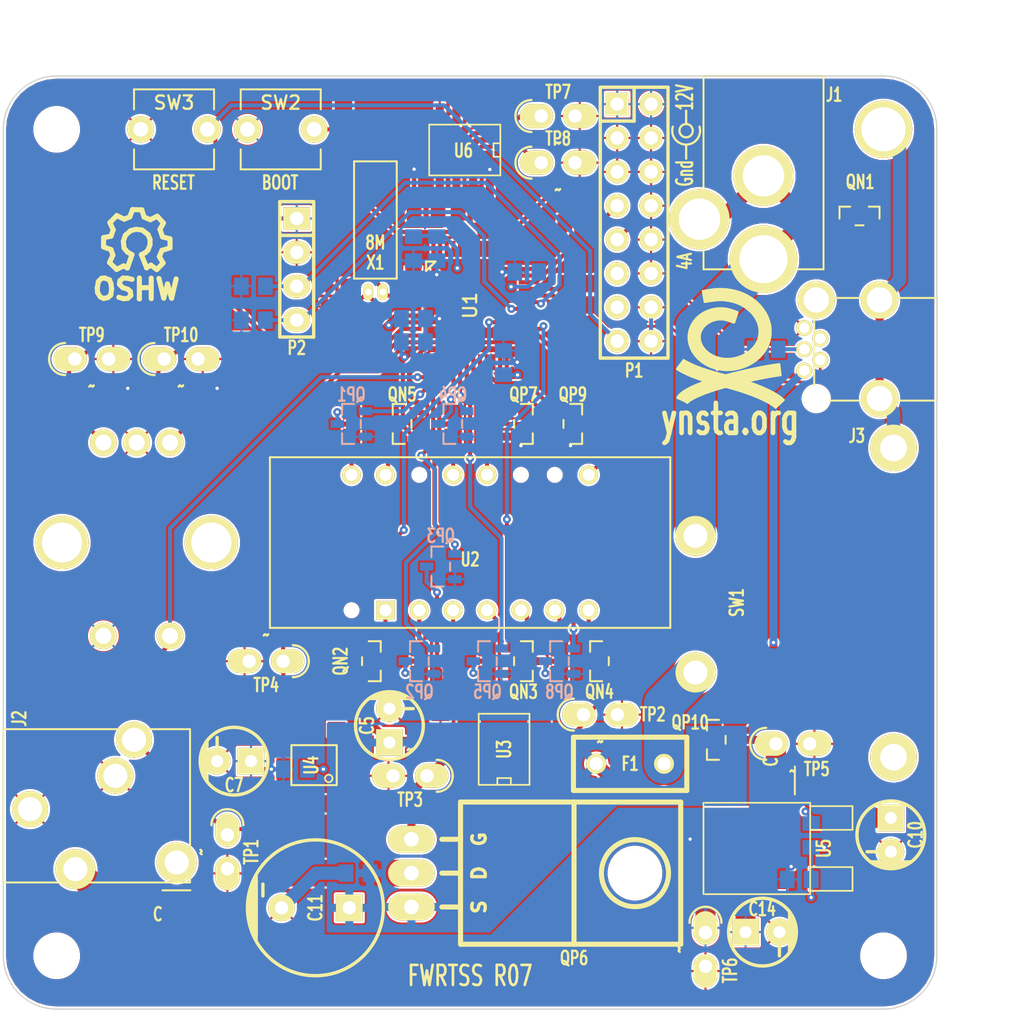
<source format=kicad_pcb>
(kicad_pcb (version 4) (host pcbnew "(2014-08-24 BZR 5094)-product")
  (title_block (title FWRTSS) (date "25 Aug 2014") (rev 07) (company "Stany MARCEL (c) 2014"))
  (layers (0 F.Cu signal) (31 B.Cu signal) (34 B.Paste user) (35 F.Paste user) (36 B.SilkS user) (37 F.SilkS user) (38 B.Mask user) (39 F.Mask user) (44 Edge.Cuts user))
  (net 0 "")
  (net 1 GND)
  (net 2 +3.3V)
  (net 3 /VLDO_IN)
  (net 4 /ADC_IN3)
  (net 5 /NRST)
  (net 6 +12V)
  (net 7 /TIM2_CH1)
  (net 8 /TIM2_CH2)
  (net 9 /HEAT)
  (net 10 /MG)
  (net 11 /I2C1_SCL)
  (net 12 /I2C1_SDA)
  (net 13 /GND2)
  (net 14 /S7_C1)
  (net 15 /S7_C2)
  (net 16 /S7_C3)
  (net 17 /S7_CL)
  (net 18 /USB_DM)
  (net 19 /USB_DP)
  (net 20 /BOOT0)
  (net 21 /SWDIO)
  (net 22 /TIM_CH1_PWM)
  (net 23 /SWCLK)
  (net 24 /S7_SEL1)
  (net 25 /S7_SEL2)
  (net 26 /ESW)
  (net 27 /S7_SEL3)
  (net 28 /S7_F_R)
  (net 29 /S7_F)
  (net 30 /S7_E_R)
  (net 31 /S7_E)
  (net 32 /S7_C_R)
  (net 33 /S7_C)
  (net 34 /S7_A_R)
  (net 35 /S7_A)
  (net 36 /S7_D_R)
  (net 37 /S7_D)
  (net 38 /S7_B_R)
  (net 39 /S7_B)
  (net 40 /S7_SELL)
  (net 41 /S7_DP_R)
  (net 42 /S7_DP)
  (net 43 /S7_G_R)
  (net 44 /S7_G)
  (net 45 /USART1_TX)
  (net 46 /USART1_RX)
  (net 47 /12VI)
  (net 48 /12VS)
  (net 49 /SENS)
  (net 50 "Net-(QP2-Pad3)")
  (net 51 "Net-(QP3-Pad3)")
  (net 52 "Net-(QP4-Pad3)")
  (net 53 "Net-(QP5-Pad3)")
  (net 54 "Net-(QP7-Pad3)")
  (net 55 "Net-(QP8-Pad3)")
  (net 56 "Net-(QP9-Pad3)")
  (net 57 /USBC_DM)
  (net 58 /USBC_DP)
  (net 59 "Net-(C1-Pad1)")
  (net 60 "Net-(C2-Pad1)")
  (net 61 "Net-(C16-Pad1)")
  (net 62 "Net-(C17-Pad1)")
  (net 63 "Net-(J3-Pad1)")
  (net 64 "Net-(P1-Pad7)")
  (net 65 "Net-(P1-Pad9)")
  (net 66 "Net-(QP1-Pad3)")
  (net 67 "Net-(QP6-PadG)")
  (net 68 "Net-(R3-Pad1)")
  (net 69 "Net-(R23-Pad1)")
  (net 70 "Net-(R25-Pad1)")
  (module SW:EVQ2 (layer F.Cu) (at 62.8 54)
    (fp_text reference SW3 (at 0 -2) (layer F.SilkS) (effects (font (thickness 0.17))))
    (fp_text value RESET (at -0.05 4) (layer F.SilkS) (effects (font (size 1 0.7) (thickness 0.17))))
    (pad 1 thru_hole circle (at -2.5 0) (size 2 2) (drill 1.1) (layers *.Cu *.Mask F.SilkS) (net 1 GND))
    (pad 2 thru_hole circle (at 2.5 0) (size 2 2) (drill 1.1) (layers *.Cu *.Mask F.SilkS) (net 5 /NRST))
  )
  (module Connect:1pin (layer F.Cu) (at 116 54)
    (fp_text reference MH2 hide)
    (fp_text value CONN_1 hide)
    (pad 1 thru_hole circle (at 0 0) (size 4.3 4.3) (drill 3.3) (layers *.Cu *.Mask F.SilkS) (net 10 /MG))
  )
  (module Connect:1pin (layer F.Cu) (at 116 116)
    (fp_text reference MH3 hide)
    (fp_text value CONN_1 hide)
    (pad "" np_thru_hole circle (at 0 0) (size 3.2 3.2) (drill 3.2) (layers *.Cu *.Mask F.SilkS))
  )
  (module Connect:1pin (layer F.Cu) (at 54 54)
    (fp_text reference MH1 hide)
    (fp_text value CONN_1 hide)
    (pad "" np_thru_hole circle (at 0 0) (size 3.2 3.2) (drill 3.2) (layers *.Cu *.Mask F.SilkS))
  )
  (module Connect:1pin (layer F.Cu) (at 54 116)
    (fp_text reference MH4 hide)
    (fp_text value CONN_1 hide)
    (pad "" np_thru_hole circle (at 0 0) (size 3.2 3.2) (drill 3.2) (layers *.Cu *.Mask F.SilkS))
  )
  (module Transistors_TO-220:TO-220_FET-GDS_Horizontal_LargePads (layer F.Cu) (at 80.6 109.8 270)
    (fp_text reference QP6 (at 6.375 -12.2 360) (layer F.SilkS) (effects (font (size 1 0.7) (thickness 0.17))))
    (fp_text value STP10P6F6 hide)
    (fp_text user G (at -2.54 -5.08 270) (layer F.SilkS) (effects (font (size 1.00076 1.00076) (thickness 0.25146))))
    (fp_text user S (at 2.54 -5.08 270) (layer F.SilkS) (effects (font (size 1.00076 1.00076) (thickness 0.25146))))
    (fp_text user D (at 0 -5.08 270) (layer F.SilkS) (effects (font (size 1.00076 1.00076) (thickness 0.25146))))
    (pad D thru_hole oval (at 0 0) (size 3.5 2) (drill 1.1) (layers *.Cu *.Mask F.SilkS) (net 9 /HEAT))
    (pad G thru_hole oval (at -2.54 0) (size 3.5 2) (drill 1.1) (layers *.Cu *.Mask F.SilkS) (net 67 "Net-(QP6-PadG)"))
    (pad S thru_hole oval (at 2.54 0) (size 3.5 2) (drill 1.1) (layers *.Cu *.Mask F.SilkS) (net 6 +12V))
    (pad "" np_thru_hole circle (at 0 -16.764) (size 3.8 3.8) (drill 3.8) (layers *.Cu *.Mask F.SilkS))
  )
  (module Capacitors_ThroughHole:Capacitor5x11RM2.5 (layer F.Cu) (at 116.55 106.925 180)
    (fp_text reference C10 (at -1.85 0 270) (layer F.SilkS) (effects (font (size 1 0.7) (thickness 0.17))))
    (fp_text value 10uF hide)
    (pad 1 thru_hole rect (at 0 1.27 180) (size 2 2) (drill 0.9) (layers *.Cu *.Mask F.SilkS) (net 3 /VLDO_IN))
    (pad 2 thru_hole circle (at 0 -1.27 180) (size 2 2) (drill 0.9) (layers *.Cu *.Mask F.SilkS) (net 1 GND))
  )
  (module Capacitors_ThroughHole:Capacitor5x11RM2.5 (layer F.Cu) (at 106.925 114.225 270)
    (fp_text reference C14 (at -1.725 0.025 360) (layer F.SilkS) (effects (font (size 1 0.7) (thickness 0.17))))
    (fp_text value 10uF hide)
    (pad 1 thru_hole rect (at 0 1.27 270) (size 2 2) (drill 0.9) (layers *.Cu *.Mask F.SilkS) (net 2 +3.3V))
    (pad 2 thru_hole circle (at 0 -1.27 270) (size 2 2) (drill 0.9) (layers *.Cu *.Mask F.SilkS) (net 1 GND))
  )
  (module Fuse_Holders_and_Fuses:Fuse_TE5_Littlefuse-395Series (layer F.Cu) (at 97 101.6 180)
    (fp_text reference F1 (at 0 0 180) (layer F.SilkS) (effects (font (size 1 0.7) (thickness 0.17))))
    (fp_text value 5/8.5A hide)
    (pad 1 thru_hole circle (at -2.54 0 180) (size 1.50114 1.50114) (drill 1.00076) (layers *.Cu *.Mask F.SilkS) (net 48 /12VS))
    (pad 2 thru_hole circle (at 2.54 0.01016 180) (size 1.50114 1.50114) (drill 1.00076) (layers *.Cu *.Mask F.SilkS) (net 6 +12V))
  )
  (module Transistors_SMD:sot23 (layer F.Cu) (at 114.2 60.5)
    (fp_text reference QN1 (at 0.05 -2.55) (layer F.SilkS) (effects (font (size 1 0.7) (thickness 0.17))))
    (fp_text value IRFML8244TRPBF hide)
    (pad 1 smd rect (at -0.9525 1.05664) (size 0.59944 1.00076) (layers F.Cu F.Paste F.Mask) (net 47 /12VI))
    (pad 3 smd rect (at 0 -1.05664) (size 0.59944 1.00076) (layers F.Cu F.Paste F.Mask) (net 13 /GND2))
    (pad 2 smd rect (at 0.9525 1.05664) (size 0.59944 1.00076) (layers F.Cu F.Paste F.Mask) (net 1 GND))
  )
  (module Transistors_SMD:sot23 (layer F.Cu) (at 77.6 93.9 270)
    (fp_text reference QN2 (at 0 2.31 270) (layer F.SilkS) (effects (font (size 1 0.7) (thickness 0.17))))
    (fp_text value IRFML8244TRPBF hide)
    (pad 1 smd rect (at -0.9525 1.05664 270) (size 0.59944 1.00076) (layers F.Cu F.Paste F.Mask) (net 24 /S7_SEL1))
    (pad 3 smd rect (at 0 -1.05664 270) (size 0.59944 1.00076) (layers F.Cu F.Paste F.Mask) (net 14 /S7_C1))
    (pad 2 smd rect (at 0.9525 1.05664 270) (size 0.59944 1.00076) (layers F.Cu F.Paste F.Mask) (net 1 GND))
  )
  (module Transistors_SMD:sot23 (layer F.Cu) (at 89 93.9 270)
    (fp_text reference QN3 (at 2.3 0 360) (layer F.SilkS) (effects (font (size 1 0.7) (thickness 0.17))))
    (fp_text value IRFML8244TRPBF hide)
    (pad 1 smd rect (at -0.9525 1.05664 270) (size 0.59944 1.00076) (layers F.Cu F.Paste F.Mask) (net 25 /S7_SEL2))
    (pad 3 smd rect (at 0 -1.05664 270) (size 0.59944 1.00076) (layers F.Cu F.Paste F.Mask) (net 15 /S7_C2))
    (pad 2 smd rect (at 0.9525 1.05664 270) (size 0.59944 1.00076) (layers F.Cu F.Paste F.Mask) (net 1 GND))
  )
  (module Transistors_SMD:sot23 (layer F.Cu) (at 94.7 93.9 90)
    (fp_text reference QN4 (at -2.3 0 360) (layer F.SilkS) (effects (font (size 1 0.7) (thickness 0.17))))
    (fp_text value IRFML8244TRPBF hide)
    (pad 1 smd rect (at -0.9525 1.05664 90) (size 0.59944 1.00076) (layers F.Cu F.Paste F.Mask) (net 27 /S7_SEL3))
    (pad 3 smd rect (at 0 -1.05664 90) (size 0.59944 1.00076) (layers F.Cu F.Paste F.Mask) (net 16 /S7_C3))
    (pad 2 smd rect (at 0.9525 1.05664 90) (size 0.59944 1.00076) (layers F.Cu F.Paste F.Mask) (net 1 GND))
  )
  (module Transistors_SMD:sot23 (layer F.Cu) (at 79.9 76.1 90)
    (fp_text reference QN5 (at 2.2 0 180) (layer F.SilkS) (effects (font (size 1 0.7) (thickness 0.17))))
    (fp_text value IRFML8244TRPBF hide)
    (pad 1 smd rect (at -0.9525 1.05664 90) (size 0.59944 1.00076) (layers F.Cu F.Paste F.Mask) (net 40 /S7_SELL))
    (pad 3 smd rect (at 0 -1.05664 90) (size 0.59944 1.00076) (layers F.Cu F.Paste F.Mask) (net 17 /S7_CL))
    (pad 2 smd rect (at 0.9525 1.05664 90) (size 0.59944 1.00076) (layers F.Cu F.Paste F.Mask) (net 1 GND))
  )
  (module Transistors_SMD:sot23 (layer F.Cu) (at 103.46 99.8 90)
    (fp_text reference QP10 (at 1.3 -1.96 180) (layer F.SilkS) (effects (font (size 1 0.7) (thickness 0.17))))
    (fp_text value IRLML9301TRPBF hide)
    (pad 1 smd rect (at -0.9525 1.05664 90) (size 0.59944 1.00076) (layers F.Cu F.Paste F.Mask) (net 6 +12V))
    (pad 3 smd rect (at 0 -1.05664 90) (size 0.59944 1.00076) (layers F.Cu F.Paste F.Mask) (net 3 /VLDO_IN))
    (pad 2 smd rect (at 0.9525 1.05664 90) (size 0.59944 1.00076) (layers F.Cu F.Paste F.Mask) (net 63 "Net-(J3-Pad1)"))
  )
  (module SW:EVQ2 (layer F.Cu) (at 70.8 54)
    (fp_text reference SW2 (at 0 -2) (layer F.SilkS) (effects (font (thickness 0.17))))
    (fp_text value BOOT (at -0.05 4) (layer F.SilkS) (effects (font (size 1 0.7) (thickness 0.17))))
    (pad 1 thru_hole circle (at -2.5 0) (size 2 2) (drill 1.1) (layers *.Cu *.Mask F.SilkS) (net 2 +3.3V))
    (pad 2 thru_hole circle (at 2.5 0) (size 2 2) (drill 1.1) (layers *.Cu *.Mask F.SilkS) (net 20 /BOOT0))
  )
  (module Housings_SOIC:SOIC-8_N (layer F.Cu) (at 84.6 55.55 180)
    (fp_text reference U6 (at 0.1 -0.05 180) (layer F.SilkS) (effects (font (size 1 0.7) (thickness 0.17))))
    (fp_text value CAT24C64 hide)
    (pad 8 smd rect (at -1.875 -2.7 180) (size 0.6 1.6) (layers F.Cu F.Paste F.Mask) (net 2 +3.3V))
    (pad 1 smd rect (at -1.875 2.7 180) (size 0.6 1.6) (layers F.Cu F.Paste F.Mask) (net 1 GND))
    (pad 7 smd rect (at -0.625 -2.7 180) (size 0.6 1.6) (layers F.Cu F.Paste F.Mask) (net 1 GND))
    (pad 6 smd rect (at 0.625 -2.7 180) (size 0.6 1.6) (layers F.Cu F.Paste F.Mask) (net 11 /I2C1_SCL))
    (pad 5 smd rect (at 1.875 -2.7 180) (size 0.6 1.6) (layers F.Cu F.Paste F.Mask) (net 12 /I2C1_SDA))
    (pad 2 smd rect (at -0.625 2.7 180) (size 0.6 1.6) (layers F.Cu F.Paste F.Mask) (net 1 GND))
    (pad 3 smd rect (at 0.625 2.7 180) (size 0.6 1.6) (layers F.Cu F.Paste F.Mask) (net 1 GND))
    (pad 4 smd rect (at 1.875 2.7 180) (size 0.6 1.6) (layers F.Cu F.Paste F.Mask) (net 1 GND))
  )
  (module Capacitors_ThroughHole:Capacitor10x21RM5 (layer F.Cu) (at 73.4 112.4 90)
    (fp_text reference C11 (at 0 0 90) (layer F.SilkS) (effects (font (size 1 0.7) (thickness 0.17))))
    (fp_text value 470uF hide)
    (pad 1 thru_hole rect (at 0 2.54 90) (size 2 2) (drill 1) (layers *.Cu *.Mask F.SilkS) (net 6 +12V))
    (pad 2 thru_hole circle (at 0 -2.54 90) (size 2 2) (drill 1) (layers *.Cu *.Mask F.SilkS) (net 1 GND))
  )
  (module Pin_Headers:Pin_Header_Straight_1x04 (layer F.Cu) (at 72 64.5 270)
    (fp_text reference P2 (at 5.9 0 360) (layer F.SilkS) (effects (font (size 1 0.7) (thickness 0.17))))
    (fp_text value Serial hide)
    (pad 1 thru_hole rect (at -3.81 0 270) (size 1.7 2) (drill 1) (layers *.Cu *.Mask F.SilkS) (net 2 +3.3V))
    (pad 2 thru_hole oval (at -1.27 0 270) (size 1.7 2) (drill 1) (layers *.Cu *.Mask F.SilkS) (net 1 GND))
    (pad 3 thru_hole oval (at 1.27 0 270) (size 1.7 2) (drill 1) (layers *.Cu *.Mask F.SilkS) (net 46 /USART1_RX))
    (pad 4 thru_hole oval (at 3.81 0 270) (size 1.7 2) (drill 1) (layers *.Cu *.Mask F.SilkS) (net 45 /USART1_TX))
  )
  (module SMD_Packages:DPAK2 (layer F.Cu) (at 112.025 107.95 90)
    (fp_text reference U5 (at 0 -0.5 90) (layer F.SilkS) (effects (font (size 1 0.7) (thickness 0.17))))
    (fp_text value LD1086DT33TR hide)
    (pad 1 smd rect (at -2.286 0 90) (size 1.651 3.048) (layers F.Cu F.Paste F.Mask) (net 1 GND))
    (pad 2 smd rect (at 0 -6.35 90) (size 6.096 6.096) (layers F.Cu F.Paste F.Mask) (net 2 +3.3V))
    (pad 3 smd rect (at 2.286 0 90) (size 1.651 3.048) (layers F.Cu F.Paste F.Mask) (net 3 /VLDO_IN))
  )
  (module SW:SDDJE12400 (layer F.Cu) (at 120 89.5 270)
    (fp_text reference SW1 (at 0 15 270) (layer F.SilkS) (effects (font (size 1 0.7) (thickness 0.17))))
    (fp_text value SDDJE12400 hide)
    (pad 1 thru_hole circle (at 5.25 18.1 270) (size 3 3) (drill 1.8) (layers *.Cu *.Mask F.SilkS) (net 48 /12VS))
    (pad 2 thru_hole circle (at -5 18.1 270) (size 3 3) (drill 1.8) (layers *.Cu *.Mask F.SilkS) (net 47 /12VI))
    (pad "" thru_hole circle (at 11.6 3.25 270) (size 3.5 3.5) (drill 2) (layers *.Cu *.Mask F.SilkS))
    (pad "" thru_hole circle (at -11.6 3.25 270) (size 3.5 3.5) (drill 2) (layers *.Cu *.Mask F.SilkS) (net 10 /MG))
  )
  (module Omron:XM7D-0512 (layer F.Cu) (at 120 70.5 270)
    (fp_text reference J3 (at 6.5 6 360) (layer F.SilkS) (effects (font (size 1 0.7) (thickness 0.17))))
    (fp_text value XM7D-0512 hide)
    (pad 1 thru_hole circle (at 1.6 9.945 270) (size 1.195 1.195) (drill 0.8) (layers *.Cu *.Mask F.SilkS) (net 63 "Net-(J3-Pad1)"))
    (pad 2 thru_hole circle (at 0.8 8.745 270) (size 1.195 1.195) (drill 0.8) (layers *.Cu *.Mask F.SilkS) (net 57 /USBC_DM))
    (pad 3 thru_hole circle (at 0 9.945 270) (size 1.195 1.195) (drill 0.8) (layers *.Cu *.Mask F.SilkS) (net 58 /USBC_DP))
    (pad 4 thru_hole circle (at -0.8 8.745 270) (size 1.195 1.195) (drill 0.8) (layers *.Cu *.Mask F.SilkS))
    (pad 5 thru_hole circle (at -1.6 9.945 270) (size 1.195 1.195) (drill 0.8) (layers *.Cu *.Mask F.SilkS) (net 1 GND))
    (pad "" np_thru_hole circle (at 3.7 9.045 270) (size 1.9 1.9) (drill 1.9) (layers *.Cu *.Mask F.SilkS))
    (pad "" thru_hole circle (at -3.7 9.045 270) (size 2.8 2.8) (drill 1.9) (layers *.Cu *.Mask F.SilkS))
    (pad "" thru_hole circle (at 3.7 4.295 270) (size 2.8 2.8) (drill 1.9) (layers *.Cu *.Mask F.SilkS) (net 10 /MG))
    (pad 0 thru_hole circle (at -3.7 4.295 270) (size 2.8 2.8) (drill 1.9) (layers *.Cu *.Mask F.SilkS) (net 10 /MG))
  )
  (module Switchcraft:RAPC722X (layer F.Cu) (at 107 57.25 180)
    (fp_text reference J1 (at -5.3 5.85 180) (layer F.SilkS) (effects (font (size 1 0.7) (thickness 0.17))))
    (fp_text value RAPC712X hide)
    (pad 1 thru_hole circle (at 0 -6.49 180) (size 5.05 5.05) (drill 3.6) (layers *.Cu *.Mask F.SilkS) (net 47 /12VI))
    (pad 2 thru_hole circle (at 0 -0.24 180) (size 4.5 4.5) (drill 3.1) (layers *.Cu *.Mask F.SilkS) (net 13 /GND2))
    (pad 3 thru_hole circle (at 4.8 -3.49 180) (size 4.5 4.5) (drill 3.1) (layers *.Cu *.Mask F.SilkS) (net 13 /GND2))
  )
  (module Switchcraft:35RAPC4BH3 (layer F.Cu) (at 50 105 270)
    (fp_text reference J2 (at -6.8 -1.2 270) (layer F.SilkS) (effects (font (size 1 0.7) (thickness 0.17))))
    (fp_text value 35RAPC4BH3 hide)
    (pad 1 thru_hole circle (at 0 -2 270) (size 2.7 2.7) (drill 1.8) (layers *.Cu *.Mask F.SilkS) (net 1 GND))
    (pad 2 thru_hole circle (at -5.2 -9.8 270) (size 2.7 2.7) (drill 1.8) (layers *.Cu *.Mask F.SilkS) (net 49 /SENS))
    (pad 3 thru_hole circle (at -2.5 -8.4 270) (size 2.7 2.7) (drill 1.8) (layers *.Cu *.Mask F.SilkS) (net 1 GND))
    (pad 4 thru_hole circle (at 4 -13 270) (size 3 3) (drill 1.8) (layers *.Cu *.Mask F.SilkS))
    (pad 5 thru_hole circle (at 4.5 -5.4 270) (size 3 3) (drill 1.8) (layers *.Cu *.Mask F.SilkS) (net 9 /HEAT))
  )
  (module SW:PEC12R-4x25F-Sxxxx (layer F.Cu) (at 60 85 180)
    (fp_text reference SW4 hide)
    (fp_text value PEC12R-4x25F-Sxxxx hide)
    (pad 1 thru_hole circle (at -2.5 -7 180) (size 2 2) (drill 1.2) (layers *.Cu *.Mask F.SilkS) (net 26 /ESW))
    (pad 2 thru_hole circle (at 2.5 -7 180) (size 2 2) (drill 1.2) (layers *.Cu *.Mask F.SilkS) (net 2 +3.3V))
    (pad 3 thru_hole circle (at 2.5 7.5 180) (size 2 2) (drill 1.2) (layers *.Cu *.Mask F.SilkS) (net 69 "Net-(R23-Pad1)"))
    (pad 4 thru_hole circle (at 0 7.5 180) (size 2 2) (drill 1.2) (layers *.Cu *.Mask F.SilkS) (net 1 GND))
    (pad 5 thru_hole circle (at -2.5 7.5 180) (size 2 2) (drill 1.2) (layers *.Cu *.Mask F.SilkS) (net 70 "Net-(R25-Pad1)"))
    (pad "" thru_hole circle (at 5.6 0 180) (size 4 4) (drill 3) (layers *.Cu *.Mask F.SilkS))
    (pad "" thru_hole circle (at -5.6 0 180) (size 4 4) (drill 3) (layers *.Cu *.Mask F.SilkS))
  )
  (module ST:LQFP48 (layer F.Cu) (at 85 67.22 270)
    (fp_text reference U1 (at 0 0 270) (layer F.SilkS) (effects (font (thickness 0.17))))
    (fp_text value STM32F302C8T6 hide)
    (pad 1 smd rect (at -2.75 4.25 270) (size 0.3 1.2) (layers F.Cu F.Paste F.Mask))
    (pad 2 smd rect (at -2.25 4.25 270) (size 0.3 1.2) (layers F.Cu F.Paste F.Mask))
    (pad 3 smd rect (at -1.75 4.25 270) (size 0.3 1.2) (layers F.Cu F.Paste F.Mask))
    (pad 4 smd rect (at -1.25 4.25 270) (size 0.3 1.2) (layers F.Cu F.Paste F.Mask))
    (pad 5 smd rect (at -0.75 4.25 270) (size 0.3 1.2) (layers F.Cu F.Paste F.Mask) (net 61 "Net-(C16-Pad1)"))
    (pad 6 smd rect (at -0.25 4.25 270) (size 0.3 1.2) (layers F.Cu F.Paste F.Mask) (net 62 "Net-(C17-Pad1)"))
    (pad 7 smd rect (at 0.25 4.25 270) (size 0.3 1.2) (layers F.Cu F.Paste F.Mask) (net 5 /NRST))
    (pad 8 smd rect (at 0.75 4.25 270) (size 0.3 1.2) (layers F.Cu F.Paste F.Mask) (net 1 GND))
    (pad 9 smd rect (at 1.25 4.25 270) (size 0.3 1.2) (layers F.Cu F.Paste F.Mask) (net 2 +3.3V))
    (pad 10 smd rect (at 1.75 4.25 270) (size 0.3 1.2) (layers F.Cu F.Paste F.Mask) (net 7 /TIM2_CH1))
    (pad 11 smd rect (at 2.25 4.25 270) (size 0.3 1.2) (layers F.Cu F.Paste F.Mask) (net 8 /TIM2_CH2))
    (pad 12 smd rect (at 2.75 4.25 270) (size 0.3 1.2) (layers F.Cu F.Paste F.Mask) (net 4 /ADC_IN3))
    (pad 13 smd rect (at 4.25 2.75 270) (size 1.2 0.3) (layers F.Cu F.Paste F.Mask) (net 26 /ESW))
    (pad 14 smd rect (at 4.25 2.25 270) (size 1.2 0.3) (layers F.Cu F.Paste F.Mask) (net 29 /S7_F))
    (pad 15 smd rect (at 4.25 1.75 270) (size 1.2 0.3) (layers F.Cu F.Paste F.Mask) (net 31 /S7_E))
    (pad 16 smd rect (at 4.25 1.25 270) (size 1.2 0.3) (layers F.Cu F.Paste F.Mask) (net 33 /S7_C))
    (pad 17 smd rect (at 4.25 0.75 270) (size 1.2 0.3) (layers F.Cu F.Paste F.Mask) (net 35 /S7_A))
    (pad 18 smd rect (at 4.25 0.25 270) (size 1.2 0.3) (layers F.Cu F.Paste F.Mask) (net 37 /S7_D))
    (pad 19 smd rect (at 4.25 -0.25 270) (size 1.2 0.3) (layers F.Cu F.Paste F.Mask) (net 39 /S7_B))
    (pad 20 smd rect (at 4.25 -0.75 270) (size 1.2 0.3) (layers F.Cu F.Paste F.Mask) (net 42 /S7_DP))
    (pad 21 smd rect (at 4.25 -1.25 270) (size 1.2 0.3) (layers F.Cu F.Paste F.Mask) (net 44 /S7_G))
    (pad 22 smd rect (at 4.25 -1.75 270) (size 1.2 0.3) (layers F.Cu F.Paste F.Mask))
    (pad 23 smd rect (at 4.25 -2.25 270) (size 1.2 0.3) (layers F.Cu F.Paste F.Mask) (net 1 GND))
    (pad 24 smd rect (at 4.25 -2.75 270) (size 1.2 0.3) (layers F.Cu F.Paste F.Mask) (net 2 +3.3V))
    (pad 25 smd rect (at 2.75 -4.25 270) (size 0.3 1.2) (layers F.Cu F.Paste F.Mask) (net 40 /S7_SELL))
    (pad 26 smd rect (at 2.25 -4.25 270) (size 0.3 1.2) (layers F.Cu F.Paste F.Mask) (net 27 /S7_SEL3))
    (pad 27 smd rect (at 1.75 -4.25 270) (size 0.3 1.2) (layers F.Cu F.Paste F.Mask) (net 25 /S7_SEL2))
    (pad 28 smd rect (at 1.25 -4.25 270) (size 0.3 1.2) (layers F.Cu F.Paste F.Mask) (net 24 /S7_SEL1))
    (pad 29 smd rect (at 0.75 -4.25 270) (size 0.3 1.2) (layers F.Cu F.Paste F.Mask) (net 22 /TIM_CH1_PWM))
    (pad 30 smd rect (at 0.25 -4.25 270) (size 0.3 1.2) (layers F.Cu F.Paste F.Mask) (net 45 /USART1_TX))
    (pad 31 smd rect (at -0.25 -4.25 270) (size 0.3 1.2) (layers F.Cu F.Paste F.Mask) (net 46 /USART1_RX))
    (pad 32 smd rect (at -0.75 -4.25 270) (size 0.3 1.2) (layers F.Cu F.Paste F.Mask) (net 18 /USB_DM))
    (pad 33 smd rect (at -1.25 -4.25 270) (size 0.3 1.2) (layers F.Cu F.Paste F.Mask) (net 19 /USB_DP))
    (pad 34 smd rect (at -1.75 -4.25 270) (size 0.3 1.2) (layers F.Cu F.Paste F.Mask) (net 21 /SWDIO))
    (pad 35 smd rect (at -2.25 -4.25 270) (size 0.3 1.2) (layers F.Cu F.Paste F.Mask) (net 1 GND))
    (pad 36 smd rect (at -2.75 -4.25 270) (size 0.3 1.2) (layers F.Cu F.Paste F.Mask) (net 2 +3.3V))
    (pad 37 smd rect (at -4.25 -2.75 270) (size 1.2 0.3) (layers F.Cu F.Paste F.Mask) (net 23 /SWCLK))
    (pad 38 smd rect (at -4.25 -2.25 270) (size 1.2 0.3) (layers F.Cu F.Paste F.Mask))
    (pad 39 smd rect (at -4.25 -1.75 270) (size 1.2 0.3) (layers F.Cu F.Paste F.Mask))
    (pad 40 smd rect (at -4.25 -1.25 270) (size 1.2 0.3) (layers F.Cu F.Paste F.Mask))
    (pad 41 smd rect (at -4.25 -0.75 270) (size 1.2 0.3) (layers F.Cu F.Paste F.Mask))
    (pad 42 smd rect (at -4.25 -0.25 270) (size 1.2 0.3) (layers F.Cu F.Paste F.Mask) (net 11 /I2C1_SCL))
    (pad 43 smd rect (at -4.25 0.25 270) (size 1.2 0.3) (layers F.Cu F.Paste F.Mask) (net 12 /I2C1_SDA))
    (pad 44 smd rect (at -4.25 0.75 270) (size 1.2 0.3) (layers F.Cu F.Paste F.Mask) (net 20 /BOOT0))
    (pad 45 smd rect (at -4.25 1.25 270) (size 1.2 0.3) (layers F.Cu F.Paste F.Mask))
    (pad 46 smd rect (at -4.25 1.75 270) (size 1.2 0.3) (layers F.Cu F.Paste F.Mask))
    (pad 47 smd rect (at -4.25 2.25 270) (size 1.2 0.3) (layers F.Cu F.Paste F.Mask) (net 1 GND))
    (pad 48 smd rect (at -4.25 2.75 270) (size 1.2 0.3) (layers F.Cu F.Paste F.Mask) (net 2 +3.3V))
  )
  (module Pin_Headers:Pin_Header_Straight_2x08 (layer F.Cu) (at 97.3 61 270)
    (fp_text reference P1 (at 11.1 0 360) (layer F.SilkS) (effects (font (size 1 0.7) (thickness 0.17))))
    (fp_text value CONN_8X2 hide)
    (pad 1 thru_hole rect (at -8.89 1.27 270) (size 1.7 1.7) (drill 1) (layers *.Cu *.Mask F.SilkS) (net 2 +3.3V))
    (pad 2 thru_hole oval (at -8.89 -1.27 270) (size 1.7 1.7) (drill 1) (layers *.Cu *.Mask F.SilkS) (net 2 +3.3V))
    (pad 3 thru_hole oval (at -6.35 1.27 270) (size 1.7 1.7) (drill 1) (layers *.Cu *.Mask F.SilkS) (net 1 GND))
    (pad 4 thru_hole oval (at -6.35 -1.27 270) (size 1.7 1.7) (drill 1) (layers *.Cu *.Mask F.SilkS) (net 1 GND))
    (pad 5 thru_hole oval (at -3.81 1.27 270) (size 1.7 1.7) (drill 1) (layers *.Cu *.Mask F.SilkS) (net 1 GND))
    (pad 6 thru_hole oval (at -3.81 -1.27 270) (size 1.7 1.7) (drill 1) (layers *.Cu *.Mask F.SilkS) (net 1 GND))
    (pad 7 thru_hole oval (at -1.27 1.27 270) (size 1.7 1.7) (drill 1) (layers *.Cu *.Mask F.SilkS) (net 64 "Net-(P1-Pad7)"))
    (pad 8 thru_hole oval (at -1.27 -1.27 270) (size 1.7 1.7) (drill 1) (layers *.Cu *.Mask F.SilkS) (net 1 GND))
    (pad 9 thru_hole oval (at 1.27 1.27 270) (size 1.7 1.7) (drill 1) (layers *.Cu *.Mask F.SilkS) (net 65 "Net-(P1-Pad9)"))
    (pad 10 thru_hole oval (at 1.27 -1.27 270) (size 1.7 1.7) (drill 1) (layers *.Cu *.Mask F.SilkS) (net 1 GND))
    (pad 11 thru_hole oval (at 3.81 1.27 270) (size 1.7 1.7) (drill 1) (layers *.Cu *.Mask F.SilkS))
    (pad 12 thru_hole oval (at 3.81 -1.27 270) (size 1.7 1.7) (drill 1) (layers *.Cu *.Mask F.SilkS) (net 1 GND))
    (pad 13 thru_hole oval (at 6.35 1.27 270) (size 1.7 1.7) (drill 1) (layers *.Cu *.Mask F.SilkS))
    (pad 14 thru_hole oval (at 6.35 -1.27 270) (size 1.7 1.7) (drill 1) (layers *.Cu *.Mask F.SilkS) (net 1 GND))
    (pad 15 thru_hole oval (at 8.89 1.27 270) (size 1.7 1.7) (drill 1) (layers *.Cu *.Mask F.SilkS) (net 5 /NRST))
    (pad 16 thru_hole oval (at 8.89 -1.27 270) (size 1.7 1.7) (drill 1) (layers *.Cu *.Mask F.SilkS) (net 1 GND))
  )
  (module LED:LTC-4724 (layer F.Cu) (at 85 85)
    (fp_text reference U2 (at 0 1.27) (layer F.SilkS) (effects (font (size 1 0.7) (thickness 0.17))))
    (fp_text value LTC4724 hide)
    (pad "" np_thru_hole circle (at -8.89 5.08) (size 0.9 0.9) (drill 0.9) (layers *.Cu *.Mask F.SilkS))
    (pad 1 thru_hole rect (at -6.35 5.08) (size 1.4 1.4) (drill 0.9) (layers *.Cu *.Mask F.SilkS) (net 14 /S7_C1))
    (pad 2 thru_hole circle (at -3.81 5.08) (size 1.4 1.4) (drill 0.9) (layers *.Cu *.Mask F.SilkS) (net 30 /S7_E_R))
    (pad 3 thru_hole circle (at -1.27 5.08) (size 1.4 1.4) (drill 0.9) (layers *.Cu *.Mask F.SilkS) (net 32 /S7_C_R))
    (pad 4 thru_hole circle (at 1.27 5.08) (size 1.4 1.4) (drill 0.9) (layers *.Cu *.Mask F.SilkS) (net 36 /S7_D_R))
    (pad 5 thru_hole circle (at 3.81 5.08) (size 1.4 1.4) (drill 0.9) (layers *.Cu *.Mask F.SilkS) (net 15 /S7_C2))
    (pad 6 thru_hole circle (at 6.35 5.08) (size 1.4 1.4) (drill 0.9) (layers *.Cu *.Mask F.SilkS) (net 41 /S7_DP_R))
    (pad 7 thru_hole circle (at 8.89 5.08) (size 1.4 1.4) (drill 0.9) (layers *.Cu *.Mask F.SilkS) (net 16 /S7_C3))
    (pad 8 thru_hole circle (at 8.89 -5.08) (size 1.4 1.4) (drill 0.9) (layers *.Cu *.Mask F.SilkS) (net 43 /S7_G_R))
    (pad "" np_thru_hole circle (at 6.35 -5.08) (size 0.9 0.9) (drill 0.9) (layers *.Cu *.Mask F.SilkS))
    (pad "" np_thru_hole circle (at 3.81 -5.08) (size 0.9 0.9) (drill 0.9) (layers *.Cu *.Mask F.SilkS))
    (pad 11 thru_hole circle (at 1.27 -5.08) (size 1.4 1.4) (drill 0.9) (layers *.Cu *.Mask F.SilkS) (net 38 /S7_B_R))
    (pad 12 thru_hole circle (at -1.27 -5.08) (size 1.4 1.4) (drill 0.9) (layers *.Cu *.Mask F.SilkS) (net 34 /S7_A_R))
    (pad "" np_thru_hole circle (at -3.81 -5.08) (size 0.9 0.9) (drill 0.9) (layers *.Cu *.Mask F.SilkS))
    (pad 14 thru_hole circle (at -6.35 -5.08) (size 1.4 1.4) (drill 0.9) (layers *.Cu *.Mask F.SilkS) (net 17 /S7_CL))
    (pad 15 thru_hole circle (at -8.89 -5.08) (size 1.4 1.4) (drill 0.9) (layers *.Cu *.Mask F.SilkS) (net 28 /S7_F_R))
  )
  (module CSMD:0805 (layer F.Cu) (at 61.63 74.28 90)
    (fp_text reference C25)
    (fp_text value 0.01uF hide)
    (pad 2 smd rect (at -0.9 0 90) (size 1.1 1.3) (layers F.Cu F.Paste F.Mask) (net 1 GND))
    (pad 1 smd rect (at 0.9 0 90) (size 1.1 1.3) (layers F.Cu F.Paste F.Mask) (net 8 /TIM2_CH2))
  )
  (module CSMD:0805 (layer F.Cu) (at 73.3 104.6)
    (fp_text reference C2)
    (fp_text value 0.01uF hide)
    (pad 2 smd rect (at -0.9 0) (size 1.1 1.3) (layers F.Cu F.Paste F.Mask) (net 59 "Net-(C1-Pad1)"))
    (pad 1 smd rect (at 0.9 0) (size 1.1 1.3) (layers F.Cu F.Paste F.Mask) (net 60 "Net-(C2-Pad1)"))
  )
  (module CSMD:0805 (layer B.Cu) (at 80.75 69.95 180)
    (fp_text reference C19)
    (fp_text value 0.01uF hide)
    (pad 2 smd rect (at -0.9 0 180) (size 1.1 1.3) (layers B.Cu B.Paste B.Mask) (net 2 +3.3V))
    (pad 1 smd rect (at 0.9 0 180) (size 1.1 1.3) (layers B.Cu B.Paste B.Mask) (net 1 GND))
  )
  (module CSMD:0805 (layer B.Cu) (at 80.75 68.2 180)
    (fp_text reference C18)
    (fp_text value 1uF hide)
    (pad 2 smd rect (at -0.9 0 180) (size 1.1 1.3) (layers B.Cu B.Paste B.Mask) (net 2 +3.3V))
    (pad 1 smd rect (at 0.9 0 180) (size 1.1 1.3) (layers B.Cu B.Paste B.Mask) (net 1 GND))
  )
  (module CSMD:0805 (layer B.Cu) (at 89.25 64.7)
    (fp_text reference C23)
    (fp_text value 0.1uF hide)
    (pad 2 smd rect (at -0.9 0) (size 1.1 1.3) (layers B.Cu B.Paste B.Mask) (net 2 +3.3V))
    (pad 1 smd rect (at 0.9 0) (size 1.1 1.3) (layers B.Cu B.Paste B.Mask) (net 1 GND))
  )
  (module CSMD:0805 (layer F.Cu) (at 54.93 74.28 270)
    (fp_text reference C24)
    (fp_text value 0.01uF hide)
    (pad 2 smd rect (at -0.9 0 270) (size 1.1 1.3) (layers F.Cu F.Paste F.Mask) (net 7 /TIM2_CH1))
    (pad 1 smd rect (at 0.9 0 270) (size 1.1 1.3) (layers F.Cu F.Paste F.Mask) (net 1 GND))
  )
  (module CSMD:0805 (layer B.Cu) (at 76.6 109.8)
    (fp_text reference C9)
    (fp_text value 4.7uF hide)
    (pad 2 smd rect (at -0.9 0) (size 1.1 1.3) (layers B.Cu B.Paste B.Mask) (net 1 GND))
    (pad 1 smd rect (at 0.9 0) (size 1.1 1.3) (layers B.Cu B.Paste B.Mask) (net 6 +12V))
  )
  (module CSMD:0805 (layer F.Cu) (at 66.8 58.2803)
    (fp_text reference C15)
    (fp_text value 0.1uF hide)
    (pad 2 smd rect (at -0.9 0) (size 1.1 1.3) (layers F.Cu F.Paste F.Mask) (net 5 /NRST))
    (pad 1 smd rect (at 0.9 -0.0803) (size 1.1 1.3) (layers F.Cu F.Paste F.Mask) (net 1 GND))
  )
  (module CSMD:0805 (layer B.Cu) (at 87.5 71.5 270)
    (fp_text reference C22)
    (fp_text value 0.1uF hide)
    (pad 2 smd rect (at -0.9 0 270) (size 1.1 1.3) (layers B.Cu B.Paste B.Mask) (net 2 +3.3V))
    (pad 1 smd rect (at 0.9 0 270) (size 1.1 1.3) (layers B.Cu B.Paste B.Mask) (net 1 GND))
  )
  (module CSMD:0805 (layer F.Cu) (at 70 104.6)
    (fp_text reference C1)
    (fp_text value 1nF hide)
    (pad 2 smd rect (at -0.9 0) (size 1.1 1.3) (layers F.Cu F.Paste F.Mask) (net 1 GND))
    (pad 1 smd rect (at 0.9 0) (size 1.1 1.3) (layers F.Cu F.Paste F.Mask) (net 59 "Net-(C1-Pad1)"))
  )
  (module CSMD:0805 (layer B.Cu) (at 82.5 62.95 90)
    (fp_text reference C21)
    (fp_text value 0.1uF hide)
    (pad 2 smd rect (at -0.9 0 90) (size 1.1 1.3) (layers B.Cu B.Paste B.Mask) (net 2 +3.3V))
    (pad 1 smd rect (at 0.9 0 90) (size 1.1 1.3) (layers B.Cu B.Paste B.Mask) (net 1 GND))
  )
  (module CSMD:0805 (layer B.Cu) (at 109.675 110.275)
    (fp_text reference C13)
    (fp_text value 0.1uF hide)
    (pad 2 smd rect (at -0.9 0) (size 1.1 1.3) (layers B.Cu B.Paste B.Mask) (net 2 +3.3V))
    (pad 1 smd rect (at 0.9 0) (size 1.1 1.3) (layers B.Cu B.Paste B.Mask) (net 1 GND))
  )
  (module CSMD:0805 (layer B.Cu) (at 110.575 106.975 270)
    (fp_text reference C12)
    (fp_text value 0.1uF hide)
    (pad 2 smd rect (at -0.9 0 270) (size 1.1 1.3) (layers B.Cu B.Paste B.Mask) (net 3 /VLDO_IN))
    (pad 1 smd rect (at 0.9 0 270) (size 1.1 1.3) (layers B.Cu B.Paste B.Mask) (net 1 GND))
  )
  (module CSMD:0805 (layer B.Cu) (at 80.75 62.95 90)
    (fp_text reference C20)
    (fp_text value 4.7uF hide)
    (pad 2 smd rect (at -0.9 0 90) (size 1.1 1.3) (layers B.Cu B.Paste B.Mask) (net 2 +3.3V))
    (pad 1 smd rect (at 0.9 0 90) (size 1.1 1.3) (layers B.Cu B.Paste B.Mask) (net 1 GND))
  )
  (module CSMD:0603 (layer F.Cu) (at 75 67.3)
    (fp_text reference C17)
    (fp_text value 12pF hide)
    (pad 2 smd rect (at -0.75 0) (size 0.9 1) (layers F.Cu F.Paste F.Mask) (net 1 GND))
    (pad 1 smd rect (at 0.75 0) (size 0.9 1) (layers F.Cu F.Paste F.Mask) (net 62 "Net-(C17-Pad1)"))
  )
  (module CSMD:0603 (layer F.Cu) (at 75 65.7)
    (fp_text reference C16)
    (fp_text value 12pF hide)
    (pad 2 smd rect (at -0.75 0) (size 0.9 1) (layers F.Cu F.Paste F.Mask) (net 1 GND))
    (pad 1 smd rect (at 0.75 0) (size 0.9 1) (layers F.Cu F.Paste F.Mask) (net 61 "Net-(C16-Pad1)"))
  )
  (module RSMD:0805 (layer F.Cu) (at 75 98.1 270)
    (fp_text reference R15)
    (fp_text value 100K hide)
    (pad 1 smd rect (at -0.9 0 270) (size 1.1 1.3) (layers F.Cu F.Paste F.Mask) (net 1 GND))
    (pad 2 smd rect (at 0.9 0 270) (size 1.1 1.3) (layers F.Cu F.Paste F.Mask) (net 6 +12V))
  )
  (module RSMD:0805 (layer F.Cu) (at 93 67.175 180)
    (fp_text reference R17)
    (fp_text value 22 hide)
    (pad 1 smd rect (at -0.9 0 180) (size 1.1 1.3) (layers F.Cu F.Paste F.Mask) (net 57 /USBC_DM))
    (pad 2 smd rect (at 0.9 0 180) (size 1.1 1.3) (layers F.Cu F.Paste F.Mask) (net 18 /USB_DM))
  )
  (module RSMD:0805 (layer F.Cu) (at 93 65.575 180)
    (fp_text reference R18)
    (fp_text value 22 hide)
    (pad 1 smd rect (at -0.9 0 180) (size 1.1 1.3) (layers F.Cu F.Paste F.Mask) (net 58 /USBC_DP))
    (pad 2 smd rect (at 0.9 0 180) (size 1.1 1.3) (layers F.Cu F.Paste F.Mask) (net 19 /USB_DP))
  )
  (module RSMD:0805 (layer F.Cu) (at 75.5 53.1 270)
    (fp_text reference R14)
    (fp_text value 10K hide)
    (pad 1 smd rect (at -0.9 0 270) (size 1.1 1.3) (layers F.Cu F.Paste F.Mask) (net 1 GND))
    (pad 2 smd rect (at 0.9 0 270) (size 1.1 1.3) (layers F.Cu F.Paste F.Mask) (net 20 /BOOT0))
  )
  (module RSMD:0805 (layer F.Cu) (at 93 61.025)
    (fp_text reference R12)
    (fp_text value 22 hide)
    (pad 1 smd rect (at -0.9 0) (size 1.1 1.3) (layers F.Cu F.Paste F.Mask) (net 21 /SWDIO))
    (pad 2 smd rect (at 0.9 0) (size 1.1 1.3) (layers F.Cu F.Paste F.Mask) (net 64 "Net-(P1-Pad7)"))
  )
  (module RSMD:0805 (layer F.Cu) (at 93 59.075)
    (fp_text reference R13)
    (fp_text value 22 hide)
    (pad 1 smd rect (at -0.9 0) (size 1.1 1.3) (layers F.Cu F.Paste F.Mask) (net 23 /SWCLK))
    (pad 2 smd rect (at 0.9 0) (size 1.1 1.3) (layers F.Cu F.Paste F.Mask) (net 65 "Net-(P1-Pad9)"))
  )
  (module RSMD:0805 (layer F.Cu) (at 56.63 74.28 90)
    (fp_text reference R23)
    (fp_text value 10K hide)
    (pad 1 smd rect (at -0.9 0 90) (size 1.1 1.3) (layers F.Cu F.Paste F.Mask) (net 69 "Net-(R23-Pad1)"))
    (pad 2 smd rect (at 0.9 0 90) (size 1.1 1.3) (layers F.Cu F.Paste F.Mask) (net 7 /TIM2_CH1))
  )
  (module RSMD:0805 (layer F.Cu) (at 85 60.2)
    (fp_text reference R20)
    (fp_text value 1K hide)
    (pad 1 smd rect (at -0.9 0) (size 1.1 1.3) (layers F.Cu F.Paste F.Mask) (net 11 /I2C1_SCL))
    (pad 2 smd rect (at 0.9 0) (size 1.1 1.3) (layers F.Cu F.Paste F.Mask) (net 2 +3.3V))
  )
  (module RSMD:0805 (layer F.Cu) (at 81.7 60.2 180)
    (fp_text reference R21)
    (fp_text value 1K hide)
    (pad 1 smd rect (at -0.9 0 180) (size 1.1 1.3) (layers F.Cu F.Paste F.Mask) (net 12 /I2C1_SDA))
    (pad 2 smd rect (at 0.9 0 180) (size 1.1 1.3) (layers F.Cu F.Paste F.Mask) (net 2 +3.3V))
  )
  (module RSMD:0805 (layer F.Cu) (at 58.33 74.28 90)
    (fp_text reference R24)
    (fp_text value 10K hide)
    (pad 1 smd rect (at -0.9 0 90) (size 1.1 1.3) (layers F.Cu F.Paste F.Mask) (net 69 "Net-(R23-Pad1)"))
    (pad 2 smd rect (at 0.9 0 90) (size 1.1 1.3) (layers F.Cu F.Paste F.Mask) (net 2 +3.3V))
  )
  (module RSMD:0805 (layer F.Cu) (at 65.03 74.28 90)
    (fp_text reference R25)
    (fp_text value 10K hide)
    (pad 1 smd rect (at -0.9 0 90) (size 1.1 1.3) (layers F.Cu F.Paste F.Mask) (net 70 "Net-(R25-Pad1)"))
    (pad 2 smd rect (at 0.9 0 90) (size 1.1 1.3) (layers F.Cu F.Paste F.Mask) (net 2 +3.3V))
  )
  (module RSMD:0805 (layer F.Cu) (at 63.33 74.28 90)
    (fp_text reference R26)
    (fp_text value 10K hide)
    (pad 1 smd rect (at -0.9 0 90) (size 1.1 1.3) (layers F.Cu F.Paste F.Mask) (net 70 "Net-(R25-Pad1)"))
    (pad 2 smd rect (at 0.9 0 90) (size 1.1 1.3) (layers F.Cu F.Paste F.Mask) (net 8 /TIM2_CH2))
  )
  (module RSMD:0805 (layer F.Cu) (at 60 94.2)
    (fp_text reference R22)
    (fp_text value 10K hide)
    (pad 1 smd rect (at -0.9 0) (size 1.1 1.3) (layers F.Cu F.Paste F.Mask) (net 1 GND))
    (pad 2 smd rect (at 0.9 0) (size 1.1 1.3) (layers F.Cu F.Paste F.Mask) (net 26 /ESW))
  )
  (module RSMD:0805 (layer F.Cu) (at 76.11 76.11 90)
    (fp_text reference R4)
    (fp_text value 220 hide)
    (pad 1 smd rect (at -0.9 0 90) (size 1.1 1.3) (layers F.Cu F.Paste F.Mask) (net 28 /S7_F_R))
    (pad 2 smd rect (at 0.9 0 90) (size 1.1 1.3) (layers F.Cu F.Paste F.Mask) (net 66 "Net-(QP1-Pad3)"))
  )
  (module DSMD:DO214AC (layer F.Cu) (at 63.03 114.64 90)
    (fp_text reference D1)
    (fp_text value SS14-E3/61T hide)
    (fp_text user C (at 1.75 -1.45 180) (layer F.SilkS) (effects (font (size 1 0.7) (thickness 0.17))))
    (pad 1 smd rect (at -2 -0.05 90) (size 2.4 1.7) (layers F.Cu F.Paste F.Mask) (net 1 GND))
    (pad 2 smd rect (at 2 -0.05 90) (size 2.4 1.7) (layers F.Cu F.Paste F.Mask) (net 9 /HEAT))
  )
  (module DSMD:DO214AC (layer F.Cu) (at 105.8 102.9)
    (fp_text reference D2)
    (fp_text value SS14-E3/61T hide)
    (fp_text user C (at 1.75 -1.45 90) (layer F.SilkS) (effects (font (size 1 0.7) (thickness 0.17))))
    (pad 1 smd rect (at -2 -0.05) (size 2.4 1.7) (layers F.Cu F.Paste F.Mask) (net 6 +12V))
    (pad 2 smd rect (at 2 -0.05) (size 2.4 1.7) (layers F.Cu F.Paste F.Mask) (net 3 /VLDO_IN))
  )
  (module CSMD:0805 (layer B.Cu) (at 71.9 102 180)
    (fp_text reference C6)
    (fp_text value 0.1uF hide)
    (pad 2 smd rect (at -0.9 0 180) (size 1.1 1.3) (layers B.Cu B.Paste B.Mask) (net 1 GND))
    (pad 1 smd rect (at 0.9 0 180) (size 1.1 1.3) (layers B.Cu B.Paste B.Mask) (net 2 +3.3V))
  )
  (module Capacitors_ThroughHole:Capacitor5x11RM2.5 (layer F.Cu) (at 67.3 101.4 90)
    (fp_text reference C7 (at -1.8 0 360) (layer F.SilkS) (effects (font (size 1 0.7) (thickness 0.17))))
    (fp_text value 10uF hide)
    (pad 1 thru_hole rect (at 0 1.27 90) (size 2 2) (drill 0.9) (layers *.Cu *.Mask F.SilkS) (net 2 +3.3V))
    (pad 2 thru_hole circle (at 0 -1.27 90) (size 2 2) (drill 0.9) (layers *.Cu *.Mask F.SilkS) (net 1 GND))
  )
  (module CSMD:0805 (layer F.Cu) (at 76.6 104.6)
    (fp_text reference C3)
    (fp_text value 1nF hide)
    (pad 2 smd rect (at -0.9 0) (size 1.1 1.3) (layers F.Cu F.Paste F.Mask) (net 60 "Net-(C2-Pad1)"))
    (pad 1 smd rect (at 0.9 0) (size 1.1 1.3) (layers F.Cu F.Paste F.Mask) (net 1 GND))
  )
  (module Housings_SSOP:MSOP-8 (layer F.Cu) (at 73.3 101.7 90)
    (fp_text reference U4 (at 0 -0.2 90) (layer F.SilkS) (effects (font (size 1 0.7) (thickness 0.17))))
    (fp_text value AD8495 hide)
    (pad 1 smd rect (at -0.97536 2.30124 90) (size 0.40894 1.02108) (layers F.Cu F.Paste F.Mask) (net 60 "Net-(C2-Pad1)"))
    (pad 2 smd rect (at -0.32512 2.30124 90) (size 0.40894 1.02108) (layers F.Cu F.Paste F.Mask) (net 1 GND))
    (pad 3 smd rect (at 0.32512 2.30124 90) (size 0.40894 1.02108) (layers F.Cu F.Paste F.Mask) (net 1 GND))
    (pad 4 smd rect (at 0.97536 2.30124 90) (size 0.40894 1.02108) (layers F.Cu F.Paste F.Mask))
    (pad 5 smd rect (at 0.97536 -2.30124 90) (size 0.40894 1.02108) (layers F.Cu F.Paste F.Mask) (net 68 "Net-(R3-Pad1)"))
    (pad 6 smd rect (at 0.32512 -2.30124 90) (size 0.40894 1.02108) (layers F.Cu F.Paste F.Mask) (net 68 "Net-(R3-Pad1)"))
    (pad 7 smd rect (at -0.32512 -2.30124 90) (size 0.40894 1.02108) (layers F.Cu F.Paste F.Mask) (net 2 +3.3V))
    (pad 8 smd rect (at -0.97536 -2.30124 90) (size 0.40894 1.02108) (layers F.Cu F.Paste F.Mask) (net 59 "Net-(C1-Pad1)"))
  )
  (module X:X-TH-8.8-dia3.2 (layer F.Cu) (at 77.9 65.2)
    (fp_text reference X1 (at 0 -1.2 180) (layer F.SilkS) (effects (font (size 1 0.7) (thickness 0.17))))
    (fp_text value 8M (at 0 -2.7 180) (layer F.SilkS) (effects (font (size 1 0.7) (thickness 0.17))))
    (pad 1 thru_hole oval (at -0.55 1) (size 0.75 1.25) (drill 0.5) (layers *.Cu *.Mask F.SilkS) (net 62 "Net-(C17-Pad1)"))
    (pad 2 thru_hole oval (at 0.55 1) (size 0.75 1.25) (drill 0.5) (layers *.Cu *.Mask F.SilkS) (net 61 "Net-(C16-Pad1)"))
    (pad ~ connect rect (at 0 -8.8) (size 2.5 2.5) (layers F.Cu F.Mask))
  )
  (module Transistors_SMD:sot23 (layer B.Cu) (at 76.1 76.1 270)
    (fp_text reference QP1 (at -2.2 0 540) (layer B.SilkS) (effects (font (size 1 0.7) (thickness 0.17)) (justify mirror)))
    (fp_text value IRLML9301TRPBF hide)
    (pad 1 smd rect (at -0.9525 -1.05664 270) (size 0.59944 1.00076) (layers B.Cu B.Paste B.Mask) (net 29 /S7_F))
    (pad 3 smd rect (at 0 1.05664 270) (size 0.59944 1.00076) (layers B.Cu B.Paste B.Mask) (net 66 "Net-(QP1-Pad3)"))
    (pad 2 smd rect (at 0.9525 -1.05664 270) (size 0.59944 1.00076) (layers B.Cu B.Paste B.Mask) (net 2 +3.3V))
  )
  (module Transistors_SMD:sot23 (layer B.Cu) (at 81.2 93.9 270)
    (fp_text reference QP2 (at 2.3 0 360) (layer B.SilkS) (effects (font (size 1 0.7) (thickness 0.17)) (justify mirror)))
    (fp_text value IRLML9301TRPBF hide)
    (pad 1 smd rect (at -0.9525 -1.05664 270) (size 0.59944 1.00076) (layers B.Cu B.Paste B.Mask) (net 31 /S7_E))
    (pad 3 smd rect (at 0 1.05664 270) (size 0.59944 1.00076) (layers B.Cu B.Paste B.Mask) (net 50 "Net-(QP2-Pad3)"))
    (pad 2 smd rect (at 0.9525 -1.05664 270) (size 0.59944 1.00076) (layers B.Cu B.Paste B.Mask) (net 2 +3.3V))
  )
  (module Transistors_SMD:sot23 (layer B.Cu) (at 82.8 86.8 270)
    (fp_text reference QP3 (at -2.3 0 360) (layer B.SilkS) (effects (font (size 1 0.7) (thickness 0.17)) (justify mirror)))
    (fp_text value IRLML9301TRPBF hide)
    (pad 1 smd rect (at -0.9525 -1.05664 270) (size 0.59944 1.00076) (layers B.Cu B.Paste B.Mask) (net 33 /S7_C))
    (pad 3 smd rect (at 0 1.05664 270) (size 0.59944 1.00076) (layers B.Cu B.Paste B.Mask) (net 51 "Net-(QP3-Pad3)"))
    (pad 2 smd rect (at 0.9525 -1.05664 270) (size 0.59944 1.00076) (layers B.Cu B.Paste B.Mask) (net 2 +3.3V))
  )
  (module Transistors_SMD:sot23 (layer B.Cu) (at 83.7 76.1 270)
    (fp_text reference QP4 (at -2.2 0 540) (layer B.SilkS) (effects (font (size 1 0.7) (thickness 0.17)) (justify mirror)))
    (fp_text value IRLML9301TRPBF hide)
    (pad 1 smd rect (at -0.9525 -1.05664 270) (size 0.59944 1.00076) (layers B.Cu B.Paste B.Mask) (net 35 /S7_A))
    (pad 3 smd rect (at 0 1.05664 270) (size 0.59944 1.00076) (layers B.Cu B.Paste B.Mask) (net 52 "Net-(QP4-Pad3)"))
    (pad 2 smd rect (at 0.9525 -1.05664 270) (size 0.59944 1.00076) (layers B.Cu B.Paste B.Mask) (net 2 +3.3V))
  )
  (module Transistors_SMD:sot23 (layer B.Cu) (at 86.3 93.9 270)
    (fp_text reference QP5 (at 2.3 0 360) (layer B.SilkS) (effects (font (size 1 0.7) (thickness 0.17)) (justify mirror)))
    (fp_text value IRLML9301TRPBF hide)
    (pad 1 smd rect (at -0.9525 -1.05664 270) (size 0.59944 1.00076) (layers B.Cu B.Paste B.Mask) (net 37 /S7_D))
    (pad 3 smd rect (at 0 1.05664 270) (size 0.59944 1.00076) (layers B.Cu B.Paste B.Mask) (net 53 "Net-(QP5-Pad3)"))
    (pad 2 smd rect (at 0.9525 -1.05664 270) (size 0.59944 1.00076) (layers B.Cu B.Paste B.Mask) (net 2 +3.3V))
  )
  (module Transistors_SMD:sot23 (layer F.Cu) (at 89 76.1 270)
    (fp_text reference QP7 (at -2.2 0 360) (layer F.SilkS) (effects (font (size 1 0.7) (thickness 0.17))))
    (fp_text value IRLML9301TRPBF hide)
    (pad 1 smd rect (at -0.9525 1.05664 270) (size 0.59944 1.00076) (layers F.Cu F.Paste F.Mask) (net 39 /S7_B))
    (pad 3 smd rect (at 0 -1.05664 270) (size 0.59944 1.00076) (layers F.Cu F.Paste F.Mask) (net 54 "Net-(QP7-Pad3)"))
    (pad 2 smd rect (at 0.9525 1.05664 270) (size 0.59944 1.00076) (layers F.Cu F.Paste F.Mask) (net 2 +3.3V))
  )
  (module Transistors_SMD:sot23 (layer B.Cu) (at 91.7 93.9 270)
    (fp_text reference QP8 (at 2.3 0 360) (layer B.SilkS) (effects (font (size 1 0.7) (thickness 0.17)) (justify mirror)))
    (fp_text value IRLML9301TRPBF hide)
    (pad 1 smd rect (at -0.9525 -1.05664 270) (size 0.59944 1.00076) (layers B.Cu B.Paste B.Mask) (net 42 /S7_DP))
    (pad 3 smd rect (at 0 1.05664 270) (size 0.59944 1.00076) (layers B.Cu B.Paste B.Mask) (net 55 "Net-(QP8-Pad3)"))
    (pad 2 smd rect (at 0.9525 -1.05664 270) (size 0.59944 1.00076) (layers B.Cu B.Paste B.Mask) (net 2 +3.3V))
  )
  (module Transistors_SMD:sot23 (layer F.Cu) (at 92.7 76.1 270)
    (fp_text reference QP9 (at -2.2 0 360) (layer F.SilkS) (effects (font (size 1 0.7) (thickness 0.17))))
    (fp_text value IRLML9301TRPBF hide)
    (pad 1 smd rect (at -0.9525 1.05664 270) (size 0.59944 1.00076) (layers F.Cu F.Paste F.Mask) (net 44 /S7_G))
    (pad 3 smd rect (at 0 -1.05664 270) (size 0.59944 1.00076) (layers F.Cu F.Paste F.Mask) (net 56 "Net-(QP9-Pad3)"))
    (pad 2 smd rect (at 0.9525 1.05664 270) (size 0.59944 1.00076) (layers F.Cu F.Paste F.Mask) (net 2 +3.3V))
  )
  (module CSMD:0805 (layer F.Cu) (at 82.78 98.74 90)
    (fp_text reference C4)
    (fp_text value 0.1uF hide)
    (pad 2 smd rect (at -0.9 0 90) (size 1.1 1.3) (layers F.Cu F.Paste F.Mask) (net 6 +12V))
    (pad 1 smd rect (at 0.9 0 90) (size 1.1 1.3) (layers F.Cu F.Paste F.Mask) (net 1 GND))
  )
  (module Capacitors_ThroughHole:Capacitor5x11RM2.5 (layer F.Cu) (at 78.95 98.73)
    (fp_text reference C5 (at -1.68 0 90) (layer F.SilkS) (effects (font (size 1 0.7) (thickness 0.17))))
    (fp_text value 10uF hide)
    (pad 1 thru_hole rect (at 0 1.27) (size 2 2) (drill 0.9) (layers *.Cu *.Mask F.SilkS) (net 6 +12V))
    (pad 2 thru_hole circle (at 0 -1.27) (size 2 2) (drill 0.9) (layers *.Cu *.Mask F.SilkS) (net 1 GND))
  )
  (module Housings_SOIC:SOIC-8_N (layer F.Cu) (at 87.55 100.51 90)
    (fp_text reference U3 (at 0 0 90) (layer F.SilkS) (effects (font (size 1 0.7) (thickness 0.17))))
    (fp_text value MC34151 hide)
    (pad 8 smd rect (at -1.875 -2.7 90) (size 0.6 1.6) (layers F.Cu F.Paste F.Mask))
    (pad 1 smd rect (at -1.875 2.7 90) (size 0.6 1.6) (layers F.Cu F.Paste F.Mask))
    (pad 7 smd rect (at -0.625 -2.7 90) (size 0.6 1.6) (layers F.Cu F.Paste F.Mask) (net 67 "Net-(QP6-PadG)"))
    (pad 6 smd rect (at 0.625 -2.7 90) (size 0.6 1.6) (layers F.Cu F.Paste F.Mask) (net 6 +12V))
    (pad 5 smd rect (at 1.875 -2.7 90) (size 0.6 1.6) (layers F.Cu F.Paste F.Mask))
    (pad 2 smd rect (at -0.625 2.7 90) (size 0.6 1.6) (layers F.Cu F.Paste F.Mask) (net 22 /TIM_CH1_PWM))
    (pad 3 smd rect (at 0.625 2.7 90) (size 0.6 1.6) (layers F.Cu F.Paste F.Mask) (net 1 GND))
    (pad 4 smd rect (at 1.875 2.7 90) (size 0.6 1.6) (layers F.Cu F.Paste F.Mask))
  )
  (module TP:TP2 (layer F.Cu) (at 91.6 56.5)
    (fp_text reference TP8 (at 0 -1.8) (layer F.SilkS) (effects (font (size 1 0.7) (thickness 0.17))))
    (fp_text value ~ (at 0 2) (layer F.SilkS) (effects (font (size 1 0.7) (thickness 0.17))))
    (pad 1 thru_hole oval (at -1.27 0) (size 2.5 1.8) (drill 1 (offset -0.35 0)) (layers *.Cu *.Mask F.SilkS) (net 11 /I2C1_SCL))
    (pad 2 thru_hole oval (at 1.27 0) (size 2.5 1.8) (drill 1 (offset 0.35 0)) (layers *.Cu *.Mask F.SilkS) (net 1 GND))
  )
  (module TP:TP2 (layer F.Cu) (at 91.6 53)
    (fp_text reference TP7 (at 0 -1.8) (layer F.SilkS) (effects (font (size 1 0.7) (thickness 0.17))))
    (fp_text value ~ (at 0 2) (layer F.SilkS) (effects (font (size 1 0.7) (thickness 0.17))))
    (pad 1 thru_hole oval (at -1.27 0) (size 2.5 1.8) (drill 1 (offset -0.35 0)) (layers *.Cu *.Mask F.SilkS) (net 12 /I2C1_SDA))
    (pad 2 thru_hole oval (at 1.27 0) (size 2.5 1.8) (drill 1 (offset 0.35 0)) (layers *.Cu *.Mask F.SilkS) (net 1 GND))
  )
  (module TP:TP2 (layer F.Cu) (at 63.33 71.23)
    (fp_text reference TP10 (at 0 -1.8) (layer F.SilkS) (effects (font (size 1 0.7) (thickness 0.17))))
    (fp_text value ~ (at 0 2) (layer F.SilkS) (effects (font (size 1 0.7) (thickness 0.17))))
    (pad 1 thru_hole oval (at -1.27 0) (size 2.5 1.8) (drill 1 (offset -0.35 0)) (layers *.Cu *.Mask F.SilkS) (net 8 /TIM2_CH2))
    (pad 2 thru_hole oval (at 1.27 0) (size 2.5 1.8) (drill 1 (offset 0.35 0)) (layers *.Cu *.Mask F.SilkS) (net 1 GND))
  )
  (module TP:TP2 (layer F.Cu) (at 56.63 71.23)
    (fp_text reference TP9 (at 0 -1.8) (layer F.SilkS) (effects (font (size 1 0.7) (thickness 0.17))))
    (fp_text value ~ (at 0 2) (layer F.SilkS) (effects (font (size 1 0.7) (thickness 0.17))))
    (pad 1 thru_hole oval (at -1.27 0) (size 2.5 1.8) (drill 1 (offset -0.35 0)) (layers *.Cu *.Mask F.SilkS) (net 7 /TIM2_CH1))
    (pad 2 thru_hole oval (at 1.27 0) (size 2.5 1.8) (drill 1 (offset 0.35 0)) (layers *.Cu *.Mask F.SilkS) (net 1 GND))
  )
  (module TP:TP2 (layer F.Cu) (at 80.5 102.5 180)
    (fp_text reference TP3 (at 0 -1.8 180) (layer F.SilkS) (effects (font (size 1 0.7) (thickness 0.17))))
    (fp_text value ~ (at 0 2 180) (layer F.SilkS) (effects (font (size 1 0.7) (thickness 0.17))))
    (pad 1 thru_hole oval (at -1.27 0 180) (size 2.5 1.8) (drill 1 (offset -0.35 0)) (layers *.Cu *.Mask F.SilkS) (net 67 "Net-(QP6-PadG)"))
    (pad 2 thru_hole oval (at 1.27 0 180) (size 2.5 1.8) (drill 1 (offset 0.35 0)) (layers *.Cu *.Mask F.SilkS) (net 1 GND))
  )
  (module TP:TP2 (layer F.Cu) (at 94.77 97.91)
    (fp_text reference TP2 (at 3.93 -0.01) (layer F.SilkS) (effects (font (size 1 0.7) (thickness 0.17))))
    (fp_text value ~ (at 0 2) (layer F.SilkS) (effects (font (size 1 0.7) (thickness 0.17))))
    (pad 1 thru_hole oval (at -1.27 0) (size 2.5 1.8) (drill 1 (offset -0.35 0)) (layers *.Cu *.Mask F.SilkS) (net 22 /TIM_CH1_PWM))
    (pad 2 thru_hole oval (at 1.27 0) (size 2.5 1.8) (drill 1 (offset 0.35 0)) (layers *.Cu *.Mask F.SilkS) (net 1 GND))
  )
  (module TP:TP2 (layer F.Cu) (at 69.709 93.9 180)
    (fp_text reference TP4 (at 0 -1.8 180) (layer F.SilkS) (effects (font (size 1 0.7) (thickness 0.17))))
    (fp_text value ~ (at 0 2 180) (layer F.SilkS) (effects (font (size 1 0.7) (thickness 0.17))))
    (pad 1 thru_hole oval (at -1.27 0 180) (size 2.5 1.8) (drill 1 (offset -0.35 0)) (layers *.Cu *.Mask F.SilkS) (net 4 /ADC_IN3))
    (pad 2 thru_hole oval (at 1.27 0 180) (size 2.5 1.8) (drill 1 (offset 0.35 0)) (layers *.Cu *.Mask F.SilkS) (net 1 GND))
  )
  (module TP:TP2 (layer F.Cu) (at 66.8 108.2 270)
    (fp_text reference TP1 (at 0 -1.8 270) (layer F.SilkS) (effects (font (size 1 0.7) (thickness 0.17))))
    (fp_text value ~ (at 0 2 270) (layer F.SilkS) (effects (font (size 1 0.7) (thickness 0.17))))
    (pad 1 thru_hole oval (at -1.27 0 270) (size 2.5 1.8) (drill 1 (offset -0.35 0)) (layers *.Cu *.Mask F.SilkS) (net 49 /SENS))
    (pad 2 thru_hole oval (at 1.27 0 270) (size 2.5 1.8) (drill 1 (offset 0.35 0)) (layers *.Cu *.Mask F.SilkS) (net 1 GND))
  )
  (module TP:TP2 (layer F.Cu) (at 102.65 115.525 270)
    (fp_text reference TP6 (at 1.575 -1.85 270) (layer F.SilkS) (effects (font (size 1 0.7) (thickness 0.17))))
    (fp_text value ~ (at 0 2 270) (layer F.SilkS) (effects (font (size 1 0.7) (thickness 0.17))))
    (pad 1 thru_hole oval (at -1.27 0 270) (size 2.5 1.8) (drill 1 (offset -0.35 0)) (layers *.Cu *.Mask F.SilkS) (net 2 +3.3V))
    (pad 2 thru_hole oval (at 1.27 0 270) (size 2.5 1.8) (drill 1 (offset 0.35 0)) (layers *.Cu *.Mask F.SilkS) (net 1 GND))
  )
  (module TP:TP2 (layer F.Cu) (at 109.2 100.1)
    (fp_text reference TP5 (at 1.8 1.9) (layer F.SilkS) (effects (font (size 1 0.7) (thickness 0.17))))
    (fp_text value ~ (at 0 2) (layer F.SilkS) (effects (font (size 1 0.7) (thickness 0.17))))
    (pad 1 thru_hole oval (at -1.27 0) (size 2.5 1.8) (drill 1 (offset -0.35 0)) (layers *.Cu *.Mask F.SilkS) (net 3 /VLDO_IN))
    (pad 2 thru_hole oval (at 1.27 0) (size 2.5 1.8) (drill 1 (offset 0.35 0)) (layers *.Cu *.Mask F.SilkS) (net 1 GND))
  )
  (module LOGO:ynsta (layer F.Cu) (at 104.5 70.5)
    (fp_text reference G*** hide)
    (fp_text value LOGO hide)
  )
  (module Symbols:Symbol_OSHW-Logo_SilkScreen (layer F.Cu) (at 60 62.5)
    (fp_text reference SYM hide)
    (fp_text value Symbol_OSHW-Logo_SilkScreen_07Jul2012 hide)
  )
  (module CSMD:0805 (layer F.Cu) (at 72.92 98.1 270)
    (fp_text reference C8)
    (fp_text value 0.01uF hide)
    (pad 2 smd rect (at -0.9 0 270) (size 1.1 1.3) (layers F.Cu F.Paste F.Mask) (net 4 /ADC_IN3))
    (pad 1 smd rect (at 0.9 0 270) (size 1.1 1.3) (layers F.Cu F.Paste F.Mask) (net 1 GND))
  )
  (module RSMD:0805 (layer F.Cu) (at 71 98.1 90)
    (fp_text reference R3)
    (fp_text value 10K hide)
    (pad 1 smd rect (at -0.9 0 90) (size 1.1 1.3) (layers F.Cu F.Paste F.Mask) (net 68 "Net-(R3-Pad1)"))
    (pad 2 smd rect (at 0.9 0 90) (size 1.1 1.3) (layers F.Cu F.Paste F.Mask) (net 4 /ADC_IN3))
  )
  (module RSMD:0805 (layer F.Cu) (at 66.8 60.69 180)
    (fp_text reference R16)
    (fp_text value 10K hide)
    (pad 1 smd rect (at -0.9 0 180) (size 1.1 1.3) (layers F.Cu F.Paste F.Mask) (net 2 +3.3V))
    (pad 2 smd rect (at 0.9 0 180) (size 1.1 1.3) (layers F.Cu F.Paste F.Mask) (net 5 /NRST))
  )
  (module RSMD:0805 (layer F.Cu) (at 70 106.5)
    (fp_text reference R1)
    (fp_text value 10K hide)
    (pad 1 smd rect (at -0.9 0) (size 1.1 1.3) (layers F.Cu F.Paste F.Mask) (net 49 /SENS))
    (pad 2 smd rect (at 0.9 0) (size 1.1 1.3) (layers F.Cu F.Paste F.Mask) (net 59 "Net-(C1-Pad1)"))
  )
  (module RSMD:0805 (layer F.Cu) (at 76.6 106.49 180)
    (fp_text reference R2)
    (fp_text value 10K hide)
    (pad 1 smd rect (at -0.9 0 180) (size 1.1 1.3) (layers F.Cu F.Paste F.Mask) (net 1 GND))
    (pad 2 smd rect (at 0.9 0 180) (size 1.1 1.3) (layers F.Cu F.Paste F.Mask) (net 60 "Net-(C2-Pad1)"))
  )
  (module RSMD:0805 (layer F.Cu) (at 81.19 93.89 270)
    (fp_text reference R5)
    (fp_text value 220 hide)
    (pad 1 smd rect (at -0.9 0 270) (size 1.1 1.3) (layers F.Cu F.Paste F.Mask) (net 30 /S7_E_R))
    (pad 2 smd rect (at 0.9 0 270) (size 1.1 1.3) (layers F.Cu F.Paste F.Mask) (net 50 "Net-(QP2-Pad3)"))
  )
  (module RSMD:0805 (layer F.Cu) (at 83.73 93.89 270)
    (fp_text reference R6)
    (fp_text value 220 hide)
    (pad 1 smd rect (at -0.9 0 270) (size 1.1 1.3) (layers F.Cu F.Paste F.Mask) (net 32 /S7_C_R))
    (pad 2 smd rect (at 0.9 0 270) (size 1.1 1.3) (layers F.Cu F.Paste F.Mask) (net 51 "Net-(QP3-Pad3)"))
  )
  (module RSMD:0805 (layer F.Cu) (at 83.73 76.11 90)
    (fp_text reference R7)
    (fp_text value 220 hide)
    (pad 1 smd rect (at -0.9 0 90) (size 1.1 1.3) (layers F.Cu F.Paste F.Mask) (net 34 /S7_A_R))
    (pad 2 smd rect (at 0.9 0 90) (size 1.1 1.3) (layers F.Cu F.Paste F.Mask) (net 52 "Net-(QP4-Pad3)"))
  )
  (module RSMD:0805 (layer F.Cu) (at 86.27 93.89 270)
    (fp_text reference R8)
    (fp_text value 220 hide)
    (pad 1 smd rect (at -0.9 0 270) (size 1.1 1.3) (layers F.Cu F.Paste F.Mask) (net 36 /S7_D_R))
    (pad 2 smd rect (at 0.9 0 270) (size 1.1 1.3) (layers F.Cu F.Paste F.Mask) (net 53 "Net-(QP5-Pad3)"))
  )
  (module RSMD:0805 (layer F.Cu) (at 86.27 76.11 90)
    (fp_text reference R9)
    (fp_text value 220 hide)
    (pad 1 smd rect (at -0.9 0 90) (size 1.1 1.3) (layers F.Cu F.Paste F.Mask) (net 38 /S7_B_R))
    (pad 2 smd rect (at 0.9 0 90) (size 1.1 1.3) (layers F.Cu F.Paste F.Mask) (net 54 "Net-(QP7-Pad3)"))
  )
  (module RSMD:0805 (layer F.Cu) (at 91.7 93.9 270)
    (fp_text reference R10)
    (fp_text value 220 hide)
    (pad 1 smd rect (at -0.9 0 270) (size 1.1 1.3) (layers F.Cu F.Paste F.Mask) (net 41 /S7_DP_R))
    (pad 2 smd rect (at 0.9 0 270) (size 1.1 1.3) (layers F.Cu F.Paste F.Mask) (net 55 "Net-(QP8-Pad3)"))
  )
  (module RSMD:0805 (layer B.Cu) (at 107.21 70.5 180)
    (fp_text reference R19)
    (fp_text value 1.5K hide)
    (pad 1 smd rect (at -0.9 0 180) (size 1.1 1.3) (layers B.Cu B.Paste B.Mask) (net 58 /USBC_DP))
    (pad 2 smd rect (at 0.9 0 180) (size 1.1 1.3) (layers B.Cu B.Paste B.Mask) (net 2 +3.3V))
  )
  (module RSMD:0805 (layer F.Cu) (at 95.4 76.1 90)
    (fp_text reference R11)
    (fp_text value 220 hide)
    (pad 1 smd rect (at -0.9 0 90) (size 1.1 1.3) (layers F.Cu F.Paste F.Mask) (net 43 /S7_G_R))
    (pad 2 smd rect (at 0.9 0 90) (size 1.1 1.3) (layers F.Cu F.Paste F.Mask) (net 56 "Net-(QP9-Pad3)"))
  )
  (module RSMD:0805 (layer B.Cu) (at 68.75 65.77)
    (fp_text reference R27)
    (fp_text value 100K hide)
    (pad 1 smd rect (at -0.9 0) (size 1.1 1.3) (layers B.Cu B.Paste B.Mask) (net 2 +3.3V))
    (pad 2 smd rect (at 0.9 0) (size 1.1 1.3) (layers B.Cu B.Paste B.Mask) (net 46 /USART1_RX))
  )
  (module RSMD:0805 (layer B.Cu) (at 68.75 68.31)
    (fp_text reference R28)
    (fp_text value 100K hide)
    (pad 1 smd rect (at -0.9 0) (size 1.1 1.3) (layers B.Cu B.Paste B.Mask) (net 2 +3.3V))
    (pad 2 smd rect (at 0.9 0) (size 1.1 1.3) (layers B.Cu B.Paste B.Mask) (net 45 /USART1_TX))
  )
  (gr_text ynsta.org (at 104.5 75.75) (layer F.SilkS) (effects (font (size 2.25 1.5) (thickness 0.35))))
  (gr_text 4A (at 101.1 63.9 90) (layer F.SilkS) (effects (font (size 1 0.7) (thickness 0.17))))
  (gr_arc (start 116 54) (end 116 50) (angle 90) (layer Edge.Cuts) (width 0.1))
  (gr_arc (start 116 116) (end 120 116) (angle 90) (layer Edge.Cuts) (width 0.1))
  (gr_arc (start 54 116) (end 54 120) (angle 90) (layer Edge.Cuts) (width 0.1))
  (gr_arc (start 54 54) (end 50 54) (angle 90) (layer Edge.Cuts) (width 0.1))
  (gr_text "FWRTSS R07" (at 85 117.5) (layer F.SilkS) (effects (font (size 1.5 1) (thickness 0.2))))
  (gr_text Gnd (at 101.1 57.3 90) (layer F.SilkS) (effects (font (size 1.2 0.7) (thickness 0.17))))
  (gr_text 12V (at 101.1 51.6 90) (layer F.SilkS) (effects (font (size 1.2 0.7) (thickness 0.17))))
  (gr_line (start 101.2 53.6) (end 101.2 52.6) (angle 90) (layer F.SilkS) (width 0.17))
  (gr_line (start 101.2 55.2) (end 101.2 56.2) (angle 90) (layer F.SilkS) (width 0.17))
  (gr_circle (center 101.2 54.1) (end 101.6 54.4) (layer F.SilkS) (width 0.17))
  (gr_arc (start 101.2 54.1) (end 102.2 53.8) (angle 213.5) (layer F.SilkS) (width 0.17))
  (gr_line (start 116 50) (end 54 50) (angle 90) (layer Edge.Cuts) (width 0.1))
  (gr_line (start 120 116) (end 120 54) (angle 90) (layer Edge.Cuts) (width 0.1))
  (gr_line (start 54 120) (end 116 120) (angle 90) (layer Edge.Cuts) (width 0.1))
  (gr_line (start 50 54) (end 50 116) (angle 90) (layer Edge.Cuts) (width 0.1))
  (segment (start 87.5 72.4525) (end 87.52253 72.42997) (width 0.3) (layer B.Cu) (net 1))
  (segment (start 88.133005 72.42997) (end 88.557269 72.42997) (width 0.3) (layer B.Cu) (net 1))
  (segment (start 87.30997 72.42997) (end 88.557269 72.42997) (width 0.3) (layer F.Cu) (net 1))
  (segment (start 87.25 72.37) (end 87.30997 72.42997) (width 0.3) (layer F.Cu) (net 1))
  (segment (start 87.52253 72.42997) (end 88.133005 72.42997) (width 0.3) (layer B.Cu) (net 1))
  (via (at 88.557269 72.42997) (size 0.6) (drill 0.25) (layers F.Cu B.Cu) (net 1))
  (segment (start 87.25 71.47) (end 87.25 72.37) (width 0.3) (layer F.Cu) (net 1))
  (segment (start 88.075 65.805002) (end 89.344998 65.805002) (width 0.3) (layer B.Cu) (net 1))
  (segment (start 89.344998 65.805002) (end 90.15 65) (width 0.3) (layer B.Cu) (net 1))
  (segment (start 90.15 65) (end 90.15 64.7) (width 0.3) (layer B.Cu) (net 1))
  (segment (start 80.75 61.9975) (end 83.0475 61.9975) (width 0.3) (layer B.Cu) (net 1))
  (segment (start 83.0475 61.9975) (end 84.04 62.99) (width 0.3) (layer B.Cu) (net 1))
  (segment (start 84.04 62.99) (end 84.04 64.41) (width 0.3) (layer B.Cu) (net 1))
  (segment (start 83.29 64.41) (end 84.04 64.41) (width 0.3) (layer F.Cu) (net 1))
  (segment (start 82.75 63.87) (end 83.29 64.41) (width 0.3) (layer F.Cu) (net 1))
  (segment (start 82.75 62.97) (end 82.75 63.87) (width 0.3) (layer F.Cu) (net 1))
  (via (at 84.04 64.41) (size 0.6) (drill 0.25) (layers F.Cu B.Cu) (net 1))
  (segment (start 80.032187 71.082187) (end 80.082187 71.082187) (width 0.3) (layer B.Cu) (net 1))
  (segment (start 79.85 70.9) (end 80.032187 71.082187) (width 0.3) (layer B.Cu) (net 1))
  (segment (start 79.85 69.95) (end 79.85 70.9) (width 0.3) (layer B.Cu) (net 1))
  (via (at 80.082187 71.082187) (size 0.6) (drill 0.25) (layers F.Cu B.Cu) (net 1))
  (segment (start 110.575 107.875) (end 111.55 107.875) (width 0.3) (layer B.Cu) (net 1))
  (via (at 111.55 107.875) (size 0.6) (drill 0.25) (layers F.Cu B.Cu) (net 1))
  (segment (start 110.575 107.875) (end 110.575 110.275) (width 0.3) (layer B.Cu) (net 1))
  (segment (start 110.575 111.625) (end 110.575 110.275) (width 0.3) (layer B.Cu) (net 1))
  (segment (start 112.025 110.236) (end 111.964 110.236) (width 0.3) (layer F.Cu) (net 1))
  (segment (start 111.964 110.236) (end 110.575 111.625) (width 0.3) (layer F.Cu) (net 1))
  (via (at 110.575 111.625) (size 0.6) (drill 0.25) (layers F.Cu B.Cu) (net 1))
  (via (at 78.9 68.7) (size 0.6) (drill 0.25) (layers F.Cu B.Cu) (net 1))
  (segment (start 80.75 67.97) (end 79.63 67.97) (width 0.3) (layer F.Cu) (net 1))
  (segment (start 79.63 67.97) (end 78.9 68.7) (width 0.3) (layer F.Cu) (net 1))
  (segment (start 79.7975 69.95) (end 79.7975 69.5975) (width 0.3) (layer B.Cu) (net 1))
  (segment (start 79.4 68.2) (end 78.9 68.7) (width 0.3) (layer B.Cu) (net 1))
  (segment (start 79.85 68.2) (end 79.4 68.2) (width 0.3) (layer B.Cu) (net 1))
  (segment (start 79.85 68.2) (end 79.85 69.95) (width 0.3) (layer B.Cu) (net 1))
  (segment (start 98.57 69.89) (end 98.57 67.35) (width 0.3) (layer B.Cu) (net 1))
  (segment (start 90.2025 64.7) (end 90.39 64.5125) (width 0.3) (layer B.Cu) (net 1))
  (segment (start 73.46 109.8) (end 75.7 109.8) (width 1) (layer B.Cu) (net 1))
  (segment (start 70.86 112.4) (end 73.46 109.8) (width 1) (layer B.Cu) (net 1))
  (via (at 74 102) (size 0.6) (layers F.Cu B.Cu) (net 1))
  (segment (start 74.62512 101.37488) (end 74 102) (width 0.4) (layer F.Cu) (net 1))
  (segment (start 75.60124 101.37488) (end 74.62512 101.37488) (width 0.4) (layer F.Cu) (net 1))
  (segment (start 98.57 67.35) (end 98.9 67.35) (width 0.3) (layer F.Cu) (net 1))
  (segment (start 81.65 67.97) (end 81.87 67.75) (width 0.3) (layer F.Cu) (net 1))
  (segment (start 80.75 67.97) (end 81.65 67.97) (width 0.3) (layer F.Cu) (net 1))
  (via (at 88.075 65.805002) (size 0.6) (drill 0.25) (layers F.Cu B.Cu) (net 1))
  (segment (start 88.075 65.245) (end 88.075 65.805002) (width 0.3) (layer F.Cu) (net 1))
  (segment (start 88.35 64.97) (end 88.075 65.245) (width 0.3) (layer F.Cu) (net 1))
  (segment (start 89.25 64.97) (end 88.35 64.97) (width 0.3) (layer F.Cu) (net 1))
  (segment (start 114.509 110.236) (end 116.55 108.195) (width 0.3) (layer F.Cu) (net 1))
  (segment (start 112.025 110.236) (end 114.509 110.236) (width 0.3) (layer F.Cu) (net 1))
  (segment (start 72.8 102) (end 74 102) (width 0.3) (layer B.Cu) (net 1))
  (segment (start 72 60.69) (end 67.7 60.69) (width 0.3) (layer F.Cu) (net 2))
  (segment (start 71.31 60) (end 72 60.69) (width 0.3) (layer F.Cu) (net 2))
  (segment (start 91.64336 77.0525) (end 91.8525 77.0525) (width 0.3) (layer F.Cu) (net 2))
  (via (at 92.53 77.73) (size 0.6) (drill 0.25) (layers F.Cu B.Cu) (net 2))
  (segment (start 91.8525 77.0525) (end 92.53 77.73) (width 0.3) (layer F.Cu) (net 2))
  (segment (start 87.94336 77.0525) (end 88.1325 77.0525) (width 0.3) (layer F.Cu) (net 2))
  (segment (start 88.1325 77.0525) (end 88.81 77.73) (width 0.3) (layer F.Cu) (net 2))
  (via (at 88.81 77.73) (size 0.6) (drill 0.25) (layers F.Cu B.Cu) (net 2))
  (segment (start 91.64336 77.0525) (end 91.64336 76.93664) (width 0.3) (layer F.Cu) (net 2))
  (segment (start 92.75664 94.8525) (end 92.7275 94.8525) (width 0.3) (layer B.Cu) (net 2))
  (segment (start 87.35664 94.8525) (end 87.3175 94.8525) (width 0.3) (layer B.Cu) (net 2))
  (segment (start 82.25664 94.8525) (end 82.2475 94.8525) (width 0.3) (layer B.Cu) (net 2))
  (segment (start 88.54 71.47) (end 88.37 71.47) (width 0.3) (layer B.Cu) (net 2))
  (segment (start 88.37 71.47) (end 87.5 70.6) (width 0.3) (layer B.Cu) (net 2))
  (segment (start 87.75 71.47) (end 88.54 71.47) (width 0.3) (layer F.Cu) (net 2))
  (via (at 88.54 71.47) (size 0.6) (drill 0.25) (layers F.Cu B.Cu) (net 2))
  (segment (start 102.65 114.255) (end 102.65 110.975) (width 1.5) (layer F.Cu) (net 2))
  (via (at 87.4 64.7) (size 0.6) (drill 0.25) (layers F.Cu B.Cu) (net 2))
  (segment (start 89.25 64.47) (end 87.63 64.47) (width 0.3) (layer F.Cu) (net 2))
  (segment (start 87.63 64.47) (end 87.4 64.7) (width 0.3) (layer F.Cu) (net 2))
  (segment (start 65.03 73.38) (end 65.98 73.38) (width 0.3) (layer F.Cu) (net 2))
  (segment (start 65.98 73.38) (end 66.03 73.43) (width 0.3) (layer F.Cu) (net 2))
  (via (at 66.03 73.43) (size 0.6) (drill 0.25) (layers F.Cu B.Cu) (net 2))
  (segment (start 82.5 63.9025) (end 80.75 63.9025) (width 0.3) (layer B.Cu) (net 2))
  (segment (start 82.5 64.9) (end 82.5 63.9025) (width 0.3) (layer B.Cu) (net 2))
  (segment (start 81.7025 68.2) (end 81.7025 69.95) (width 0.3) (layer B.Cu) (net 2))
  (segment (start 82.7 68.2) (end 81.7025 68.2) (width 0.3) (layer B.Cu) (net 2))
  (via (at 80.8 56.99) (size 0.6) (layers F.Cu B.Cu) (net 2))
  (segment (start 80.8 60.2) (end 80.8 56.99) (width 0.3) (layer F.Cu) (net 2))
  (segment (start 88.2975 64.7) (end 87.4 64.7) (width 0.3) (layer B.Cu) (net 2))
  (segment (start 58.33 73.38) (end 59.28 73.38) (width 0.3) (layer F.Cu) (net 2))
  (segment (start 59.28 73.38) (end 59.33 73.43) (width 0.3) (layer F.Cu) (net 2))
  (via (at 59.33 73.43) (size 0.6) (drill 0.25) (layers F.Cu B.Cu) (net 2))
  (segment (start 82.25 62.97) (end 82.25 64.65) (width 0.3) (layer F.Cu) (net 2))
  (segment (start 82.25 64.65) (end 82.5 64.9) (width 0.3) (layer F.Cu) (net 2))
  (via (at 82.5 64.9) (size 0.6) (layers F.Cu B.Cu) (net 2))
  (segment (start 80.75 68.47) (end 82.43 68.47) (width 0.3) (layer F.Cu) (net 2))
  (segment (start 82.43 68.47) (end 82.7 68.2) (width 0.3) (layer F.Cu) (net 2))
  (via (at 82.7 68.2) (size 0.6) (layers F.Cu B.Cu) (net 2))
  (segment (start 86.475 58.25) (end 86.475 59.625) (width 0.3) (layer F.Cu) (net 2))
  (segment (start 86.475 59.625) (end 85.9 60.2) (width 0.3) (layer F.Cu) (net 2))
  (via (at 86.48 57.01) (size 0.6) (layers F.Cu B.Cu) (net 2))
  (segment (start 86.475 58.25) (end 86.475 57.015) (width 0.3) (layer F.Cu) (net 2))
  (segment (start 86.475 57.015) (end 86.48 57.01) (width 0.3) (layer F.Cu) (net 2))
  (via (at 70.1 102) (size 0.6) (layers F.Cu B.Cu) (net 2))
  (segment (start 68.3 54) (end 68.3 54.6) (width 0.3) (layer F.Cu) (net 2))
  (segment (start 70.12512 102.02512) (end 70.1 102) (width 0.3) (layer F.Cu) (net 2))
  (segment (start 70.99876 102.02512) (end 70.12512 102.02512) (width 0.3) (layer F.Cu) (net 2))
  (segment (start 69.17 102) (end 68.57 101.4) (width 0.3) (layer F.Cu) (net 2))
  (segment (start 70.1 102) (end 69.17 102) (width 0.3) (layer F.Cu) (net 2))
  (segment (start 70.1 102) (end 71 102) (width 0.3) (layer B.Cu) (net 2))
  (segment (start 108.775 110.275) (end 108.775 109.6) (width 0.3) (layer B.Cu) (net 2))
  (segment (start 108.775 109.6) (end 109.075 109.3) (width 0.3) (layer B.Cu) (net 2))
  (segment (start 107.725 107.95) (end 109.075 109.3) (width 0.6) (layer F.Cu) (net 2))
  (via (at 109.075 109.3) (size 0.6) (drill 0.25) (layers F.Cu B.Cu) (net 2))
  (segment (start 105.675 107.95) (end 107.725 107.95) (width 0.6) (layer F.Cu) (net 2))
  (segment (start 105.675 107.95) (end 102.2 107.95) (width 0.6) (layer F.Cu) (net 2))
  (segment (start 102.2 107.95) (end 101.5 107.25) (width 0.6) (layer F.Cu) (net 2))
  (via (at 101.5 107.25) (size 0.6) (drill 0.25) (layers F.Cu B.Cu) (net 2))
  (segment (start 109.075 109.975) (end 108.775 110.275) (width 0.3) (layer B.Cu) (net 2))
  (segment (start 105.655 114.225) (end 105.655 107.97) (width 1.5) (layer F.Cu) (net 2))
  (segment (start 105.655 107.97) (end 105.675 107.95) (width 1.5) (layer F.Cu) (net 2))
  (segment (start 102.65 110.975) (end 105.675 107.95) (width 1.5) (layer F.Cu) (net 2))
  (segment (start 107.8 102.85) (end 109.211 102.85) (width 1.5) (layer F.Cu) (net 3))
  (segment (start 109.211 102.85) (end 112.025 105.664) (width 1.5) (layer F.Cu) (net 3))
  (segment (start 110.15 105.175) (end 111.536 105.175) (width 0.3) (layer F.Cu) (net 3))
  (segment (start 111.536 105.175) (end 112.025 105.664) (width 0.3) (layer F.Cu) (net 3))
  (segment (start 110.575 106.075) (end 110.575 105.6) (width 0.3) (layer B.Cu) (net 3))
  (segment (start 110.575 105.6) (end 110.15 105.175) (width 0.3) (layer B.Cu) (net 3))
  (via (at 110.15 105.175) (size 0.6) (drill 0.25) (layers F.Cu B.Cu) (net 3))
  (segment (start 107.93 100.1) (end 107.93 102.72) (width 1.5) (layer F.Cu) (net 3))
  (segment (start 107.93 102.72) (end 107.8 102.85) (width 1.5) (layer F.Cu) (net 3))
  (segment (start 116.55 105.655) (end 112.034 105.655) (width 1.5) (layer F.Cu) (net 3))
  (segment (start 112.034 105.655) (end 112.025 105.664) (width 1.5) (layer F.Cu) (net 3))
  (segment (start 107.8 100.23) (end 107.93 100.1) (width 1) (layer F.Cu) (net 3))
  (segment (start 107.63 99.8) (end 107.93 100.1) (width 0.6) (layer F.Cu) (net 3))
  (segment (start 102.40336 99.8) (end 107.63 99.8) (width 0.6) (layer F.Cu) (net 3))
  (segment (start 70.979 93.9) (end 70.979 76.421) (width 0.3) (layer F.Cu) (net 4))
  (segment (start 70.979 76.421) (end 75.24 72.16) (width 0.3) (layer F.Cu) (net 4))
  (segment (start 75.24 72.16) (end 78.11 72.16) (width 0.3) (layer F.Cu) (net 4))
  (segment (start 78.11 72.16) (end 80.3 69.97) (width 0.3) (layer F.Cu) (net 4))
  (segment (start 80.3 69.97) (end 80.75 69.97) (width 0.3) (layer F.Cu) (net 4))
  (segment (start 71 97.2) (end 71 93.921) (width 0.3) (layer F.Cu) (net 4))
  (segment (start 71 93.921) (end 70.979 93.9) (width 0.3) (layer F.Cu) (net 4))
  (segment (start 72.7 97.2) (end 71 97.2) (width 0.4) (layer F.Cu) (net 4))
  (segment (start 65.9 58.2803) (end 65.9 54.6) (width 0.3) (layer F.Cu) (net 5))
  (segment (start 65.9 54.6) (end 65.3 54) (width 0.3) (layer F.Cu) (net 5))
  (segment (start 80.75 67.47) (end 79.23 67.47) (width 0.3) (layer F.Cu) (net 5))
  (segment (start 79.23 67.47) (end 77.23499 69.46501) (width 0.3) (layer F.Cu) (net 5))
  (segment (start 77.23499 69.46501) (end 69.61501 69.46501) (width 0.3) (layer F.Cu) (net 5))
  (segment (start 69.61501 69.46501) (end 65.9 65.75) (width 0.3) (layer F.Cu) (net 5))
  (segment (start 65.9 65.75) (end 65.9 60.95) (width 0.3) (layer F.Cu) (net 5))
  (segment (start 65.9 60.95) (end 65.9 60) (width 0.3) (layer F.Cu) (net 5))
  (segment (start 65.9 60) (end 65.9 58.2803) (width 0.3) (layer F.Cu) (net 5))
  (segment (start 65.902 58.293) (end 65.9147 58.2803) (width 0.3) (layer F.Cu) (net 5))
  (segment (start 65.9147 54.6147) (end 65.3 54) (width 0.3) (layer F.Cu) (net 5))
  (segment (start 67.1 52.2) (end 83.075 52.2) (width 0.3) (layer B.Cu) (net 5))
  (segment (start 67.1 52.2) (end 65.3 54) (width 0.3) (layer B.Cu) (net 5))
  (segment (start 94 67.86) (end 96.03 69.89) (width 0.3) (layer B.Cu) (net 5))
  (segment (start 94 63.125) (end 94 67.86) (width 0.3) (layer B.Cu) (net 5))
  (segment (start 83.075 52.2) (end 94 63.125) (width 0.3) (layer B.Cu) (net 5))
  (segment (start 78.95 100) (end 79.07 99.88) (width 0.6) (layer F.Cu) (net 6))
  (segment (start 82.54 99.88) (end 82.78 99.64) (width 0.6) (layer F.Cu) (net 6))
  (segment (start 79.07 99.88) (end 82.54 99.88) (width 0.6) (layer F.Cu) (net 6))
  (segment (start 84.85 99.885) (end 83.025 99.885) (width 0.6) (layer F.Cu) (net 6))
  (segment (start 83.025 99.885) (end 82.78 99.64) (width 0.6) (layer F.Cu) (net 6))
  (segment (start 75 99) (end 77.95 99) (width 0.6) (layer F.Cu) (net 6))
  (segment (start 77.95 99) (end 78.95 100) (width 0.6) (layer F.Cu) (net 6))
  (segment (start 102.29 102.85) (end 103.8 102.85) (width 1) (layer F.Cu) (net 6))
  (segment (start 101.28 103.86) (end 102.29 102.85) (width 1) (layer F.Cu) (net 6))
  (segment (start 96.73016 103.86) (end 101.28 103.86) (width 1) (layer F.Cu) (net 6))
  (segment (start 94.46 101.58984) (end 96.73016 103.86) (width 1) (layer F.Cu) (net 6))
  (segment (start 79.31 99.64) (end 78.95 100) (width 1) (layer F.Cu) (net 6))
  (segment (start 94.46016 101.59) (end 94.46 101.58984) (width 0.6) (layer B.Cu) (net 6))
  (segment (start 78.95 100) (end 79.45 99.5) (width 1) (layer B.Cu) (net 6))
  (segment (start 78.35 99.4) (end 78.95 100) (width 0.6) (layer F.Cu) (net 6))
  (segment (start 104.72 101.93) (end 103.8 102.85) (width 0.6) (layer F.Cu) (net 6))
  (segment (start 104.72 100.95586) (end 104.72 101.93) (width 0.6) (layer F.Cu) (net 6))
  (segment (start 104.51664 100.7525) (end 104.72 100.95586) (width 0.6) (layer F.Cu) (net 6))
  (segment (start 55.36 71.23) (end 55.71 71.23) (width 0.3) (layer F.Cu) (net 7))
  (segment (start 57.54501 69.39499) (end 68.90151 69.39499) (width 0.3) (layer F.Cu) (net 7))
  (segment (start 69.43652 69.93) (end 78.89 69.93) (width 0.3) (layer F.Cu) (net 7))
  (segment (start 79.85 68.97) (end 80.75 68.97) (width 0.3) (layer F.Cu) (net 7))
  (segment (start 78.89 69.93) (end 79.85 68.97) (width 0.3) (layer F.Cu) (net 7))
  (segment (start 68.90151 69.39499) (end 69.43652 69.93) (width 0.3) (layer F.Cu) (net 7))
  (segment (start 55.71 71.23) (end 57.54501 69.39499) (width 0.3) (layer F.Cu) (net 7))
  (segment (start 54.93 73.38) (end 54.93 71.66) (width 0.3) (layer F.Cu) (net 7))
  (segment (start 54.93 71.66) (end 55.36 71.23) (width 0.3) (layer F.Cu) (net 7))
  (segment (start 56.11 71.23) (end 55.76 71.23) (width 0.3) (layer F.Cu) (net 7))
  (segment (start 56.63 73.38) (end 54.93 73.38) (width 0.3) (layer F.Cu) (net 7))
  (segment (start 62.41 71.23) (end 62.06 71.23) (width 0.3) (layer F.Cu) (net 8))
  (segment (start 63.79 69.85) (end 62.41 71.23) (width 0.3) (layer F.Cu) (net 8))
  (segment (start 68.71304 69.85) (end 63.79 69.85) (width 0.3) (layer F.Cu) (net 8))
  (segment (start 69.24805 70.38501) (end 68.71304 69.85) (width 0.3) (layer F.Cu) (net 8))
  (segment (start 79.078471 70.38501) (end 69.24805 70.38501) (width 0.3) (layer F.Cu) (net 8))
  (segment (start 80.75 69.47) (end 79.99348 69.47) (width 0.3) (layer F.Cu) (net 8))
  (segment (start 79.99348 69.47) (end 79.078471 70.38501) (width 0.3) (layer F.Cu) (net 8))
  (segment (start 61.63 73.38) (end 61.63 71.66) (width 0.3) (layer F.Cu) (net 8))
  (segment (start 61.63 71.66) (end 62.06 71.23) (width 0.3) (layer F.Cu) (net 8))
  (segment (start 63.33 73.38) (end 61.63 73.38) (width 0.3) (layer F.Cu) (net 8))
  (segment (start 62.98 112.64) (end 67.415798 112.64) (width 2) (layer F.Cu) (net 9))
  (segment (start 67.415798 112.64) (end 70.255798 109.8) (width 2) (layer F.Cu) (net 9))
  (segment (start 55.4 109.5) (end 58.54 112.64) (width 2) (layer F.Cu) (net 9))
  (segment (start 58.54 112.64) (end 62.98 112.64) (width 2) (layer F.Cu) (net 9))
  (segment (start 70.255798 109.8) (end 80.6 109.8) (width 2) (layer F.Cu) (net 9))
  (segment (start 115.705 66.8) (end 115.705 74.2) (width 0.6) (layer F.Cu) (net 10))
  (segment (start 117.2 55.2) (end 117.2 65.305) (width 1) (layer B.Cu) (net 10))
  (segment (start 117.2 65.305) (end 115.705 66.8) (width 1) (layer B.Cu) (net 10))
  (segment (start 116 54) (end 117.2 55.2) (width 1) (layer B.Cu) (net 10))
  (segment (start 116.75 75.245) (end 115.705 74.2) (width 1) (layer B.Cu) (net 10))
  (segment (start 116.75 77.9) (end 116.75 75.245) (width 1) (layer B.Cu) (net 10))
  (segment (start 85.25 62.97) (end 85.25 61.85) (width 0.3) (layer F.Cu) (net 11))
  (segment (start 85.25 61.85) (end 83.975 60.575) (width 0.3) (layer F.Cu) (net 11))
  (segment (start 83.975 60.575) (end 83.975 58.25) (width 0.3) (layer F.Cu) (net 11))
  (segment (start 89.98 56.5) (end 90.33 56.5) (width 0.3) (layer F.Cu) (net 11))
  (segment (start 88.78 55.3) (end 89.98 56.5) (width 0.3) (layer F.Cu) (net 11))
  (segment (start 85.825 55.3) (end 88.78 55.3) (width 0.3) (layer F.Cu) (net 11))
  (segment (start 83.975 57.15) (end 85.825 55.3) (width 0.3) (layer F.Cu) (net 11))
  (segment (start 83.975 58.25) (end 83.975 57.15) (width 0.3) (layer F.Cu) (net 11))
  (segment (start 84.75 62.97) (end 84.75 62.07) (width 0.3) (layer F.Cu) (net 12))
  (segment (start 84.75 62.07) (end 83.835001 61.155001) (width 0.3) (layer F.Cu) (net 12))
  (segment (start 83.835001 61.155001) (end 83.305999 61.155001) (width 0.3) (layer F.Cu) (net 12))
  (segment (start 83.305999 61.155001) (end 82.725 60.574002) (width 0.3) (layer F.Cu) (net 12))
  (segment (start 82.725 60.574002) (end 82.725 58.25) (width 0.3) (layer F.Cu) (net 12))
  (segment (start 87.49 54.29) (end 88.78 53) (width 0.3) (layer F.Cu) (net 12))
  (segment (start 85.26 54.29) (end 87.49 54.29) (width 0.3) (layer F.Cu) (net 12))
  (segment (start 82.725 56.825) (end 85.26 54.29) (width 0.3) (layer F.Cu) (net 12))
  (segment (start 88.78 53) (end 90.33 53) (width 0.3) (layer F.Cu) (net 12))
  (segment (start 82.725 58.25) (end 82.725 56.825) (width 0.3) (layer F.Cu) (net 12))
  (segment (start 108.95336 59.44336) (end 107 57.49) (width 1) (layer F.Cu) (net 13))
  (segment (start 114.2 59.44336) (end 108.95336 59.44336) (width 1) (layer F.Cu) (net 13))
  (segment (start 103.75 60.74) (end 107 57.49) (width 1) (layer F.Cu) (net 13))
  (segment (start 102.2 60.74) (end 103.75 60.74) (width 1) (layer F.Cu) (net 13))
  (segment (start 78.65 90.08) (end 78.65 93.89336) (width 0.3) (layer F.Cu) (net 14))
  (segment (start 78.65 93.89336) (end 78.65664 93.9) (width 0.3) (layer F.Cu) (net 14))
  (segment (start 88.81 90.08) (end 89.26 90.53) (width 0.3) (layer F.Cu) (net 15))
  (segment (start 89.26 90.53) (end 89.26 93.16) (width 0.3) (layer F.Cu) (net 15))
  (segment (start 89.26 93.16) (end 90 93.9) (width 0.3) (layer F.Cu) (net 15))
  (segment (start 90 93.9) (end 90.05664 93.9) (width 0.3) (layer F.Cu) (net 15))
  (segment (start 93.89 90.08) (end 93.89 93.65336) (width 0.3) (layer F.Cu) (net 16))
  (segment (start 93.89 93.65336) (end 93.64336 93.9) (width 0.3) (layer F.Cu) (net 16))
  (segment (start 78.84336 76.1) (end 78.84336 79.72664) (width 0.3) (layer F.Cu) (net 17))
  (segment (start 78.84336 79.72664) (end 78.65 79.92) (width 0.3) (layer F.Cu) (net 17))
  (segment (start 91.950998 67.175) (end 92.1 67.175) (width 0.3) (layer F.Cu) (net 18))
  (segment (start 91.245998 66.47) (end 91.950998 67.175) (width 0.3) (layer F.Cu) (net 18))
  (segment (start 89.25 66.47) (end 91.245998 66.47) (width 0.3) (layer F.Cu) (net 18))
  (segment (start 91.705 65.97) (end 92.1 65.575) (width 0.3) (layer F.Cu) (net 19))
  (segment (start 89.25 65.97) (end 91.705 65.97) (width 0.3) (layer F.Cu) (net 19))
  (segment (start 75.5 57.8) (end 75.5 54) (width 0.3) (layer F.Cu) (net 20))
  (segment (start 79.4 61.7) (end 75.5 57.8) (width 0.3) (layer F.Cu) (net 20))
  (segment (start 75.5 54) (end 73.3 54) (width 0.3) (layer F.Cu) (net 20))
  (segment (start 84.25 62.97) (end 84.25 62.25) (width 0.3) (layer F.Cu) (net 20))
  (segment (start 84.25 62.25) (end 83.7 61.7) (width 0.3) (layer F.Cu) (net 20))
  (segment (start 83.7 61.7) (end 79.4 61.7) (width 0.3) (layer F.Cu) (net 20))
  (segment (start 89.955 65.47) (end 92.1 63.325) (width 0.3) (layer F.Cu) (net 21))
  (segment (start 92.1 63.325) (end 92.1 61.025) (width 0.3) (layer F.Cu) (net 21))
  (segment (start 89.25 65.47) (end 89.955 65.47) (width 0.3) (layer F.Cu) (net 21))
  (segment (start 91.57054 68.82054) (end 90.72 67.97) (width 0.3) (layer F.Cu) (net 22))
  (segment (start 92.54054 68.82054) (end 91.57054 68.82054) (width 0.3) (layer F.Cu) (net 22))
  (segment (start 96.373928 71.673928) (end 95.393928 71.673928) (width 0.3) (layer F.Cu) (net 22))
  (segment (start 99.55 93.05) (end 99.55 74.85) (width 0.3) (layer F.Cu) (net 22))
  (segment (start 90.72 67.97) (end 89.25 67.97) (width 0.3) (layer F.Cu) (net 22))
  (segment (start 96.4 96.2) (end 99.55 93.05) (width 0.3) (layer F.Cu) (net 22))
  (segment (start 95.393928 71.673928) (end 92.54054 68.82054) (width 0.3) (layer F.Cu) (net 22))
  (segment (start 99.55 74.85) (end 96.373928 71.673928) (width 0.3) (layer F.Cu) (net 22))
  (segment (start 95.5 96.2) (end 96.4 96.2) (width 0.3) (layer F.Cu) (net 22))
  (segment (start 93.79 97.91) (end 95.5 96.2) (width 0.3) (layer F.Cu) (net 22))
  (segment (start 93.5 97.91) (end 93.79 97.91) (width 0.3) (layer F.Cu) (net 22))
  (segment (start 93.5 98.6) (end 93.5 97.91) (width 0.3) (layer F.Cu) (net 22))
  (segment (start 90.965 101.135) (end 93.5 98.6) (width 0.3) (layer F.Cu) (net 22))
  (segment (start 90.25 101.135) (end 90.965 101.135) (width 0.3) (layer F.Cu) (net 22))
  (segment (start 87.75 62.97) (end 87.75 62.55) (width 0.3) (layer F.Cu) (net 23))
  (segment (start 87.75 62.97) (end 87.75 62.52) (width 0.3) (layer F.Cu) (net 23))
  (segment (start 90.745 59.075) (end 92.1 59.075) (width 0.3) (layer F.Cu) (net 23))
  (segment (start 87.75 62.07) (end 90.745 59.075) (width 0.3) (layer F.Cu) (net 23))
  (segment (start 87.75 62.97) (end 87.75 62.07) (width 0.3) (layer F.Cu) (net 23))
  (segment (start 76.54336 92.9475) (end 77.23 92.26086) (width 0.3) (layer F.Cu) (net 24))
  (segment (start 77.23 92.26086) (end 77.23 86.86) (width 0.3) (layer F.Cu) (net 24))
  (segment (start 77.23 86.86) (end 80.03 84.06) (width 0.3) (layer F.Cu) (net 24))
  (segment (start 80.03 76.87) (end 80.03 84.06) (width 0.3) (layer B.Cu) (net 24))
  (segment (start 86.42 70.48) (end 80.03 76.87) (width 0.3) (layer B.Cu) (net 24))
  (segment (start 86.42 68.47) (end 86.42 70.48) (width 0.3) (layer B.Cu) (net 24))
  (via (at 80.03 84.06) (size 0.6) (drill 0.25) (layers F.Cu B.Cu) (net 24))
  (segment (start 89.25 68.47) (end 86.42 68.47) (width 0.3) (layer F.Cu) (net 24))
  (via (at 86.42 68.47) (size 0.6) (drill 0.25) (layers F.Cu B.Cu) (net 24))
  (segment (start 90.5 68.76) (end 90.5 73.74) (width 0.3) (layer B.Cu) (net 25))
  (segment (start 87.76 76.48) (end 87.76 83.26) (width 0.3) (layer B.Cu) (net 25))
  (segment (start 90.5 73.74) (end 87.76 76.48) (width 0.3) (layer B.Cu) (net 25))
  (segment (start 87.94336 92.9475) (end 87.94336 92.34778) (width 0.3) (layer F.Cu) (net 25))
  (segment (start 87.76 92.16442) (end 87.76 83.26) (width 0.3) (layer F.Cu) (net 25))
  (segment (start 87.94336 92.34778) (end 87.76 92.16442) (width 0.3) (layer F.Cu) (net 25))
  (via (at 87.76 83.26) (size 0.6) (drill 0.25) (layers F.Cu B.Cu) (net 25))
  (segment (start 89.25 68.97) (end 90.29 68.97) (width 0.3) (layer F.Cu) (net 25))
  (segment (start 90.29 68.97) (end 90.5 68.76) (width 0.3) (layer F.Cu) (net 25))
  (via (at 90.5 68.76) (size 0.6) (drill 0.25) (layers F.Cu B.Cu) (net 25))
  (segment (start 81.06 72.59) (end 73.83 72.59) (width 0.3) (layer B.Cu) (net 26))
  (segment (start 73.83 72.59) (end 62.5 83.92) (width 0.3) (layer B.Cu) (net 26))
  (segment (start 62.5 83.92) (end 62.5 92) (width 0.3) (layer B.Cu) (net 26))
  (segment (start 62.5 92) (end 62.5 92.6) (width 0.3) (layer F.Cu) (net 26))
  (segment (start 62.5 92.6) (end 60.9 94.2) (width 0.3) (layer F.Cu) (net 26))
  (segment (start 82.25 71.47) (end 82.25 71.834) (width 0.3) (layer F.Cu) (net 26))
  (via (at 81.06 72.59) (size 0.6) (drill 0.25) (layers F.Cu B.Cu) (net 26))
  (segment (start 81.67 72.59) (end 81.06 72.59) (width 0.3) (layer F.Cu) (net 26))
  (segment (start 82.25 72.01) (end 81.67 72.59) (width 0.3) (layer F.Cu) (net 26))
  (segment (start 82.25 71.47) (end 82.25 72.01) (width 0.3) (layer F.Cu) (net 26))
  (segment (start 89.25 69.47) (end 90.15 69.47) (width 0.3) (layer F.Cu) (net 27))
  (segment (start 90.15 69.47) (end 93.57 72.89) (width 0.3) (layer F.Cu) (net 27))
  (segment (start 98.23 92.71) (end 96.0875 94.8525) (width 0.3) (layer F.Cu) (net 27))
  (segment (start 93.57 72.89) (end 95.67 72.89) (width 0.3) (layer F.Cu) (net 27))
  (segment (start 95.67 72.89) (end 98.23 75.45) (width 0.3) (layer F.Cu) (net 27))
  (segment (start 98.23 75.45) (end 98.23 92.71) (width 0.3) (layer F.Cu) (net 27))
  (segment (start 96.0875 94.8525) (end 95.75664 94.8525) (width 0.3) (layer F.Cu) (net 27))
  (segment (start 76.11 77.01) (end 76.11 79.92) (width 0.3) (layer F.Cu) (net 28))
  (segment (start 77.15664 75.1475) (end 79.9925 75.1475) (width 0.3) (layer B.Cu) (net 29))
  (segment (start 79.9925 75.1475) (end 81.26 73.88) (width 0.3) (layer B.Cu) (net 29))
  (via (at 81.26 73.88) (size 0.6) (drill 0.25) (layers F.Cu B.Cu) (net 29))
  (segment (start 82.75 72.39) (end 81.26 73.88) (width 0.3) (layer F.Cu) (net 29))
  (segment (start 82.75 71.47) (end 82.75 72.39) (width 0.3) (layer F.Cu) (net 29))
  (segment (start 81.19 92.99) (end 81.19 90.08) (width 0.3) (layer F.Cu) (net 30))
  (segment (start 82.25664 92.9475) (end 82.05598 92.9475) (width 0.3) (layer B.Cu) (net 31))
  (segment (start 80.184999 86.515001) (end 82.38 84.32) (width 0.3) (layer B.Cu) (net 31))
  (segment (start 82.05598 92.9475) (end 80.184999 91.076519) (width 0.3) (layer B.Cu) (net 31))
  (segment (start 80.184999 91.076519) (end 80.184999 86.515001) (width 0.3) (layer B.Cu) (net 31))
  (segment (start 82.38 84.32) (end 82.38 79.515272) (width 0.3) (layer B.Cu) (net 31))
  (segment (start 82.38 79.515272) (end 81.337364 78.472636) (width 0.3) (layer B.Cu) (net 31))
  (segment (start 81.337364 78.472636) (end 82.23 77.58) (width 0.3) (layer F.Cu) (net 31))
  (segment (start 82.23 77.58) (end 82.23 74.05) (width 0.3) (layer F.Cu) (net 31))
  (segment (start 82.23 74.05) (end 83.25 73.03) (width 0.3) (layer F.Cu) (net 31))
  (segment (start 83.25 73.03) (end 83.25 71.47) (width 0.3) (layer F.Cu) (net 31))
  (via (at 81.337364 78.472636) (size 0.6) (drill 0.25) (layers F.Cu B.Cu) (net 31))
  (segment (start 83.73 92.99) (end 83.73 90.08) (width 0.3) (layer F.Cu) (net 32))
  (segment (start 83.75 71.47) (end 83.75 73.17348) (width 0.3) (layer F.Cu) (net 33))
  (segment (start 83.75 73.17348) (end 82.69 74.23348) (width 0.3) (layer F.Cu) (net 33))
  (segment (start 82.69 74.23348) (end 82.69 78.5) (width 0.3) (layer F.Cu) (net 33))
  (segment (start 82.69 78.5) (end 82.32 78.87) (width 0.3) (layer F.Cu) (net 33))
  (segment (start 82.32 78.87) (end 82.32 83.6) (width 0.3) (layer F.Cu) (net 33))
  (segment (start 82.32 83.6) (end 83.86 85.14) (width 0.3) (layer F.Cu) (net 33))
  (segment (start 83.86 85.14) (end 83.86 85.84414) (width 0.3) (layer B.Cu) (net 33))
  (segment (start 83.86 85.84414) (end 83.85664 85.8475) (width 0.3) (layer B.Cu) (net 33))
  (via (at 83.86 85.14) (size 0.6) (drill 0.25) (layers F.Cu B.Cu) (net 33))
  (segment (start 83.73 77.01) (end 83.73 79.92) (width 0.3) (layer F.Cu) (net 34))
  (segment (start 84.25 73.96) (end 84.25 74.64086) (width 0.3) (layer B.Cu) (net 35))
  (segment (start 84.25 74.64086) (end 84.75664 75.1475) (width 0.3) (layer B.Cu) (net 35))
  (segment (start 84.25 71.47) (end 84.25 73.96) (width 0.3) (layer F.Cu) (net 35))
  (via (at 84.25 73.96) (size 0.6) (drill 0.25) (layers F.Cu B.Cu) (net 35))
  (segment (start 86.27 92.99) (end 86.27 92.14) (width 0.3) (layer F.Cu) (net 36))
  (segment (start 86.27 92.14) (end 86.969999 91.440001) (width 0.3) (layer F.Cu) (net 36))
  (segment (start 86.969999 91.440001) (end 86.969999 90.779999) (width 0.3) (layer F.Cu) (net 36))
  (segment (start 86.969999 90.779999) (end 86.27 90.08) (width 0.3) (layer F.Cu) (net 36))
  (segment (start 87.35664 92.9475) (end 87.35664 84.67664) (width 0.3) (layer B.Cu) (net 37))
  (segment (start 87.35664 84.67664) (end 85 82.32) (width 0.3) (layer B.Cu) (net 37))
  (segment (start 85 82.32) (end 85 78.68) (width 0.3) (layer B.Cu) (net 37))
  (segment (start 85 73.54) (end 85 78.68) (width 0.3) (layer F.Cu) (net 37))
  (segment (start 84.75 73.29) (end 85 73.54) (width 0.3) (layer F.Cu) (net 37))
  (segment (start 84.75 71.47) (end 84.75 73.29) (width 0.3) (layer F.Cu) (net 37))
  (via (at 85 78.68) (size 0.6) (drill 0.25) (layers F.Cu B.Cu) (net 37))
  (segment (start 87.35664 92.9475) (end 87.15598 92.9475) (width 0.3) (layer B.Cu) (net 37))
  (segment (start 86.27 77.01) (end 86.27 79.92) (width 0.3) (layer F.Cu) (net 38))
  (segment (start 87.94336 75.1475) (end 87.94336 74.57336) (width 0.3) (layer F.Cu) (net 39))
  (segment (start 87.94336 74.57336) (end 87.33 73.96) (width 0.3) (layer F.Cu) (net 39))
  (segment (start 87.33 73.96) (end 86.66 73.96) (width 0.3) (layer F.Cu) (net 39))
  (segment (start 86.66 73.96) (end 85.25 72.55) (width 0.3) (layer F.Cu) (net 39))
  (segment (start 85.25 72.55) (end 85.25 71.47) (width 0.3) (layer F.Cu) (net 39))
  (segment (start 79.96 76.25) (end 79.96 72.06) (width 0.3) (layer F.Cu) (net 40))
  (segment (start 80.95664 77.0525) (end 80.7625 77.0525) (width 0.3) (layer F.Cu) (net 40))
  (segment (start 80.7625 77.0525) (end 79.96 76.25) (width 0.3) (layer F.Cu) (net 40))
  (segment (start 79.96 72.06) (end 82.05 69.97) (width 0.3) (layer F.Cu) (net 40))
  (segment (start 82.05 69.97) (end 89.25 69.97) (width 0.3) (layer F.Cu) (net 40))
  (segment (start 89.25 69.97) (end 89.7 69.97) (width 0.3) (layer F.Cu) (net 40))
  (segment (start 91.7 93) (end 91.7 90.43) (width 0.3) (layer F.Cu) (net 41))
  (segment (start 91.7 90.43) (end 91.35 90.08) (width 0.3) (layer F.Cu) (net 41))
  (segment (start 92.76 91.49) (end 92.76 84.8905) (width 0.3) (layer F.Cu) (net 42))
  (segment (start 90.87 76.57) (end 90.87 75.62) (width 0.3) (layer F.Cu) (net 42))
  (segment (start 92.76 84.8905) (end 90.09 82.2205) (width 0.3) (layer F.Cu) (net 42))
  (segment (start 90.09 82.2205) (end 90.09 77.35) (width 0.3) (layer F.Cu) (net 42))
  (segment (start 90.09 77.35) (end 90.87 76.57) (width 0.3) (layer F.Cu) (net 42))
  (segment (start 90.87 75.62) (end 88.74 73.49) (width 0.3) (layer F.Cu) (net 42))
  (segment (start 88.74 73.49) (end 86.83348 73.49) (width 0.3) (layer F.Cu) (net 42))
  (segment (start 86.83348 73.49) (end 85.75 72.40652) (width 0.3) (layer F.Cu) (net 42))
  (segment (start 85.75 72.40652) (end 85.75 71.47) (width 0.3) (layer F.Cu) (net 42))
  (segment (start 92.76 91.49) (end 92.76 92.94414) (width 0.3) (layer B.Cu) (net 42))
  (segment (start 92.76 92.94414) (end 92.75664 92.9475) (width 0.3) (layer B.Cu) (net 42))
  (via (at 92.76 91.49) (size 0.6) (drill 0.25) (layers F.Cu B.Cu) (net 42))
  (segment (start 95.4 77) (end 95.4 78.41) (width 0.3) (layer F.Cu) (net 43))
  (segment (start 95.4 78.41) (end 93.89 79.92) (width 0.3) (layer F.Cu) (net 43))
  (segment (start 86.25 72.26304) (end 87.02195 73.03499) (width 0.3) (layer F.Cu) (net 44))
  (segment (start 86.25 71.47) (end 86.25 72.26304) (width 0.3) (layer F.Cu) (net 44))
  (segment (start 87.02195 73.03499) (end 89.28499 73.03499) (width 0.3) (layer F.Cu) (net 44))
  (segment (start 89.28499 73.03499) (end 91.3975 75.1475) (width 0.3) (layer F.Cu) (net 44))
  (segment (start 91.3975 75.1475) (end 91.64336 75.1475) (width 0.3) (layer F.Cu) (net 44))
  (segment (start 72 68.31) (end 72.39 68.31) (width 0.3) (layer B.Cu) (net 45))
  (segment (start 72.39 68.31) (end 80.49 60.21) (width 0.3) (layer B.Cu) (net 45))
  (segment (start 80.49 60.21) (end 84.25 60.21) (width 0.3) (layer B.Cu) (net 45))
  (segment (start 84.25 60.21) (end 86.06 62.02) (width 0.3) (layer B.Cu) (net 45))
  (segment (start 86.06 62.02) (end 86.06 65.43) (width 0.3) (layer B.Cu) (net 45))
  (segment (start 86.06 65.43) (end 88.1 67.47) (width 0.3) (layer B.Cu) (net 45))
  (segment (start 69.65 68.31) (end 72 68.31) (width 0.3) (layer B.Cu) (net 45))
  (segment (start 89.25 67.47) (end 88.1 67.47) (width 0.3) (layer F.Cu) (net 45))
  (via (at 88.1 67.47) (size 0.6) (drill 0.25) (layers F.Cu B.Cu) (net 45))
  (segment (start 72 65.77) (end 72.36 65.77) (width 0.3) (layer B.Cu) (net 46))
  (segment (start 72.36 65.77) (end 80.13 58) (width 0.3) (layer B.Cu) (net 46))
  (segment (start 80.13 58) (end 86.18 58) (width 0.3) (layer B.Cu) (net 46))
  (segment (start 86.18 58) (end 91.73 63.55) (width 0.3) (layer B.Cu) (net 46))
  (segment (start 91.73 63.55) (end 91.73 65.65501) (width 0.3) (layer B.Cu) (net 46))
  (segment (start 91.73 65.65501) (end 90.31 67.07501) (width 0.3) (layer B.Cu) (net 46))
  (segment (start 69.65 65.77) (end 72 65.77) (width 0.3) (layer B.Cu) (net 46))
  (segment (start 89.25 66.97) (end 90.20499 66.97) (width 0.3) (layer F.Cu) (net 46))
  (segment (start 90.20499 66.97) (end 90.31 67.07501) (width 0.3) (layer F.Cu) (net 46))
  (via (at 90.31 67.07501) (size 0.6) (drill 0.25) (layers F.Cu B.Cu) (net 46))
  (segment (start 101.9 68.84) (end 101.9 84.5) (width 3) (layer B.Cu) (net 47))
  (segment (start 107 63.74) (end 101.9 68.84) (width 3) (layer B.Cu) (net 47))
  (segment (start 109.18336 61.55664) (end 107 63.74) (width 1) (layer F.Cu) (net 47))
  (segment (start 113.2475 61.55664) (end 109.18336 61.55664) (width 1) (layer F.Cu) (net 47))
  (segment (start 99.54 97.11) (end 101.9 94.75) (width 3) (layer B.Cu) (net 48))
  (segment (start 99.54 101.6) (end 99.54 97.11) (width 3) (layer B.Cu) (net 48))
  (segment (start 67.33 106.4) (end 66.8 106.93) (width 0.3) (layer F.Cu) (net 49))
  (segment (start 66.8 106.8) (end 66.8 106.93) (width 0.3) (layer F.Cu) (net 49))
  (segment (start 59.8 99.8) (end 66.8 106.8) (width 0.3) (layer F.Cu) (net 49))
  (segment (start 67.23 106.5) (end 66.8 106.93) (width 0.3) (layer F.Cu) (net 49))
  (segment (start 69.1 106.5) (end 67.23 106.5) (width 0.3) (layer F.Cu) (net 49))
  (segment (start 80.14 94.79) (end 80.14 93.90336) (width 0.3) (layer B.Cu) (net 50))
  (segment (start 80.14 93.90336) (end 80.14336 93.9) (width 0.3) (layer B.Cu) (net 50))
  (segment (start 81.19 94.79) (end 80.14 94.79) (width 0.3) (layer F.Cu) (net 50))
  (via (at 80.14 94.79) (size 0.6) (drill 0.25) (layers F.Cu B.Cu) (net 50))
  (segment (start 82.52 88.73) (end 82.52 93.68) (width 0.3) (layer F.Cu) (net 51))
  (segment (start 82.52 93.68) (end 83.63 94.79) (width 0.3) (layer F.Cu) (net 51))
  (segment (start 83.63 94.79) (end 83.73 94.79) (width 0.3) (layer F.Cu) (net 51))
  (segment (start 81.74336 86.8) (end 81.74336 87.95336) (width 0.3) (layer B.Cu) (net 51))
  (segment (start 81.74336 87.95336) (end 82.52 88.73) (width 0.3) (layer B.Cu) (net 51))
  (via (at 82.52 88.73) (size 0.6) (drill 0.25) (layers F.Cu B.Cu) (net 51))
  (segment (start 83.557118 74.259904) (end 83.557118 75.186242) (width 0.3) (layer B.Cu) (net 52))
  (segment (start 83.557118 75.186242) (end 82.64336 76.1) (width 0.3) (layer B.Cu) (net 52))
  (segment (start 83.73 75.21) (end 83.73 74.432786) (width 0.3) (layer F.Cu) (net 52))
  (segment (start 83.73 74.432786) (end 83.557118 74.259904) (width 0.3) (layer F.Cu) (net 52))
  (via (at 83.557118 74.259904) (size 0.6) (drill 0.25) (layers F.Cu B.Cu) (net 52))
  (segment (start 83.546084 75.026084) (end 83.73 75.21) (width 0.3) (layer F.Cu) (net 52))
  (segment (start 85.24 94.79) (end 85.24 93.90336) (width 0.3) (layer B.Cu) (net 53))
  (segment (start 85.24 93.90336) (end 85.24336 93.9) (width 0.3) (layer B.Cu) (net 53))
  (segment (start 86.27 94.79) (end 85.24 94.79) (width 0.3) (layer F.Cu) (net 53))
  (via (at 85.24 94.79) (size 0.6) (drill 0.25) (layers F.Cu B.Cu) (net 53))
  (segment (start 86.27 75.21) (end 86.33 75.21) (width 0.3) (layer F.Cu) (net 54))
  (segment (start 86.33 75.21) (end 87.22 76.1) (width 0.3) (layer F.Cu) (net 54))
  (segment (start 87.22 76.1) (end 90.05664 76.1) (width 0.3) (layer F.Cu) (net 54))
  (segment (start 90.64 94.81) (end 91.69 94.81) (width 0.3) (layer F.Cu) (net 55))
  (segment (start 91.69 94.81) (end 91.7 94.8) (width 0.3) (layer F.Cu) (net 55))
  (segment (start 90.64336 93.9) (end 90.64336 94.80664) (width 0.3) (layer B.Cu) (net 55))
  (segment (start 90.64336 94.80664) (end 90.64 94.81) (width 0.3) (layer B.Cu) (net 55))
  (via (at 90.64 94.81) (size 0.6) (drill 0.25) (layers F.Cu B.Cu) (net 55))
  (segment (start 93.75664 76.1) (end 94.5 76.1) (width 0.3) (layer F.Cu) (net 56))
  (segment (start 94.5 76.1) (end 95.4 75.2) (width 0.3) (layer F.Cu) (net 56))
  (segment (start 93.8 67.4) (end 93.8 67.3) (width 0.3) (layer F.Cu) (net 57))
  (segment (start 93.9 67.275) (end 93.9 67.175) (width 0.2) (layer F.Cu) (net 57))
  (segment (start 95.4 68.775) (end 93.9 67.275) (width 0.2) (layer F.Cu) (net 57))
  (segment (start 100 68.775) (end 95.4 68.775) (width 0.2) (layer F.Cu) (net 57))
  (segment (start 104.177501 72.952501) (end 100 68.775) (width 0.2) (layer F.Cu) (net 57))
  (segment (start 110.447491 72.952501) (end 104.177501 72.952501) (width 0.2) (layer F.Cu) (net 57))
  (segment (start 111.255 72.144992) (end 110.447491 72.952501) (width 0.2) (layer F.Cu) (net 57))
  (segment (start 111.255 71.3) (end 111.255 72.144992) (width 0.2) (layer F.Cu) (net 57))
  (segment (start 108.11 70.5) (end 110.055 70.5) (width 0.3) (layer B.Cu) (net 58))
  (segment (start 105.05 70.5) (end 110.055 70.5) (width 0.2) (layer F.Cu) (net 58))
  (segment (start 100.475 65.925) (end 105.05 70.5) (width 0.2) (layer F.Cu) (net 58))
  (segment (start 95.25 65.925) (end 100.475 65.925) (width 0.2) (layer F.Cu) (net 58))
  (segment (start 94.9 65.575) (end 95.25 65.925) (width 0.2) (layer F.Cu) (net 58))
  (segment (start 93.9 65.575) (end 94.9 65.575) (width 0.2) (layer F.Cu) (net 58))
  (segment (start 70.9 104.6) (end 70.9 106.5) (width 0.3) (layer F.Cu) (net 59))
  (segment (start 70.9 102.77412) (end 70.99876 102.67536) (width 0.3) (layer F.Cu) (net 59))
  (segment (start 70.9 104.6) (end 70.9 102.77412) (width 0.3) (layer F.Cu) (net 59))
  (segment (start 70.9 104.6) (end 72.4 104.6) (width 0.3) (layer F.Cu) (net 59))
  (segment (start 74.2 104.6) (end 75.7 104.6) (width 0.3) (layer F.Cu) (net 60))
  (segment (start 75.7 104.6) (end 75.7 106.5) (width 0.3) (layer F.Cu) (net 60))
  (segment (start 75.7 102.77412) (end 75.60124 102.67536) (width 0.3) (layer F.Cu) (net 60))
  (segment (start 75.7 104.6) (end 75.7 102.77412) (width 0.3) (layer F.Cu) (net 60))
  (segment (start 78.72 66.47) (end 78.45 66.2) (width 0.3) (layer F.Cu) (net 61))
  (segment (start 80.75 66.47) (end 78.72 66.47) (width 0.3) (layer F.Cu) (net 61))
  (segment (start 75.75 65.7) (end 76.28 65.7) (width 0.3) (layer F.Cu) (net 61))
  (segment (start 76.28 65.7) (end 76.85 65.13) (width 0.3) (layer F.Cu) (net 61))
  (segment (start 78.45 65.95) (end 78.45 66.2) (width 0.3) (layer F.Cu) (net 61))
  (segment (start 76.85 65.13) (end 77.63 65.13) (width 0.3) (layer F.Cu) (net 61))
  (segment (start 77.63 65.13) (end 78.45 65.95) (width 0.3) (layer F.Cu) (net 61))
  (segment (start 78.45 66.2) (end 78.45 65.96) (width 0.3) (layer F.Cu) (net 61))
  (segment (start 78.45 66.2) (end 78.45 66.15) (width 0.3) (layer F.Cu) (net 61))
  (segment (start 76.25 67.3) (end 77.35 66.2) (width 0.3) (layer F.Cu) (net 62))
  (segment (start 77.35 66.45) (end 77.35 66.2) (width 0.3) (layer F.Cu) (net 62))
  (segment (start 75.75 67.3) (end 76.25 67.3) (width 0.3) (layer F.Cu) (net 62))
  (segment (start 79.01 66.97) (end 78.84 67.14) (width 0.3) (layer F.Cu) (net 62))
  (segment (start 80.75 66.97) (end 79.01 66.97) (width 0.3) (layer F.Cu) (net 62))
  (segment (start 78.04 67.14) (end 77.35 66.45) (width 0.3) (layer F.Cu) (net 62))
  (segment (start 78.84 67.14) (end 78.04 67.14) (width 0.3) (layer F.Cu) (net 62))
  (via (at 107.75 92.5) (size 0.6) (drill 0.25) (layers F.Cu B.Cu) (net 63))
  (segment (start 107.75 74.405) (end 107.75 92.5) (width 0.6) (layer B.Cu) (net 63))
  (segment (start 110.055 72.1) (end 107.75 74.405) (width 0.6) (layer B.Cu) (net 63))
  (segment (start 107.75 96.24) (end 105.1425 98.8475) (width 0.6) (layer F.Cu) (net 63))
  (segment (start 105.1425 98.8475) (end 104.51664 98.8475) (width 0.6) (layer F.Cu) (net 63))
  (segment (start 107.75 92.5) (end 107.75 96.24) (width 0.6) (layer F.Cu) (net 63))
  (segment (start 94.735 61.025) (end 96.03 59.73) (width 0.3) (layer F.Cu) (net 64))
  (segment (start 93.9 61.025) (end 94.735 61.025) (width 0.3) (layer F.Cu) (net 64))
  (segment (start 95.8 62.5) (end 96.03 62.27) (width 0.3) (layer F.Cu) (net 65))
  (segment (start 97.185001 61.114999) (end 96.03 62.27) (width 0.3) (layer F.Cu) (net 65))
  (segment (start 97.185001 59.175599) (end 97.185001 61.114999) (width 0.3) (layer F.Cu) (net 65))
  (segment (start 96.584401 58.574999) (end 97.185001 59.175599) (width 0.3) (layer F.Cu) (net 65))
  (segment (start 95.475599 58.574999) (end 96.584401 58.574999) (width 0.3) (layer F.Cu) (net 65))
  (segment (start 94.975598 59.075) (end 95.475599 58.574999) (width 0.3) (layer F.Cu) (net 65))
  (segment (start 93.9 59.075) (end 94.975598 59.075) (width 0.3) (layer F.Cu) (net 65))
  (segment (start 75.04 75.21) (end 76.11 75.21) (width 0.3) (layer F.Cu) (net 66))
  (segment (start 75.04336 76.1) (end 75.04336 75.21336) (width 0.3) (layer B.Cu) (net 66))
  (segment (start 75.04336 75.21336) (end 75.04 75.21) (width 0.3) (layer B.Cu) (net 66))
  (via (at 75.04 75.21) (size 0.6) (drill 0.25) (layers F.Cu B.Cu) (net 66))
  (segment (start 82.73 102.23) (end 82.67 102.23) (width 0.6) (layer F.Cu) (net 67))
  (segment (start 83.235 101.135) (end 81.77 102.6) (width 0.6) (layer F.Cu) (net 67))
  (segment (start 84.85 101.135) (end 83.235 101.135) (width 0.6) (layer F.Cu) (net 67))
  (segment (start 80.6 103.77) (end 81.77 102.6) (width 0.6) (layer F.Cu) (net 67))
  (segment (start 80.6 107.26) (end 80.6 103.77) (width 0.6) (layer F.Cu) (net 67))
  (segment (start 70.99876 101.37488) (end 70.99876 100.72464) (width 0.3) (layer F.Cu) (net 68))
  (segment (start 70.99876 99.00124) (end 71 99) (width 0.3) (layer F.Cu) (net 68))
  (segment (start 70.99876 100.72464) (end 70.99876 99.00124) (width 0.3) (layer F.Cu) (net 68))
  (segment (start 56.63 75.18) (end 56.63 76.63) (width 0.3) (layer F.Cu) (net 69))
  (segment (start 56.63 76.63) (end 57.5 77.5) (width 0.3) (layer F.Cu) (net 69))
  (segment (start 57.8 77.2) (end 57.5 77.5) (width 0.3) (layer F.Cu) (net 69))
  (segment (start 56.63 75.18) (end 58.33 75.18) (width 0.3) (layer F.Cu) (net 69))
  (segment (start 63.33 75.18) (end 63.33 76.67) (width 0.3) (layer F.Cu) (net 70))
  (segment (start 63.33 76.67) (end 62.5 77.5) (width 0.3) (layer F.Cu) (net 70))
  (segment (start 63.2 77.5) (end 62.5 77.5) (width 0.3) (layer F.Cu) (net 70))
  (segment (start 63.33 75.18) (end 65.03 75.18) (width 0.3) (layer F.Cu) (net 70))
  (zone (net 1) (net_name GND) (layer F.Cu) (connect_pads (clearance 0.15)) (min_thickness 0.15) (fill yes (mode segment) (arc_segments 32) (thermal_gap 0.2) (thermal_bridge_width 0.16))
    (polygon (pts (xy 50 50) (xy 50 120) (xy 120 120) (xy 120 50)))
  )
  (zone (net 2) (net_name +3.3V) (layer B.Cu) (connect_pads (clearance 0.15)) (min_thickness 0.15) (fill yes (mode segment) (arc_segments 32) (thermal_gap 0.2) (thermal_bridge_width 0.16))
    (polygon (pts (xy 50 50) (xy 50 120) (xy 120 120) (xy 120 50)))
  )
  (zone (net 6) (net_name +12V) (layer B.Cu) (priority 1) (connect_pads (clearance 0.15)) (min_thickness 0.15) (fill yes (arc_segments 16) (thermal_gap 0.3) (thermal_bridge_width 0.6))
    (polygon (pts (xy 96 104.75) (xy 86.5 114.25) (xy 74.25 114.25) (xy 74.25 98.5) (xy 98.25 98.5) (xy 98.25 98.75) (xy 100.75 98.75) (xy 105.75 98.75) (xy 105.75 104.75)))
  )
)
</source>
